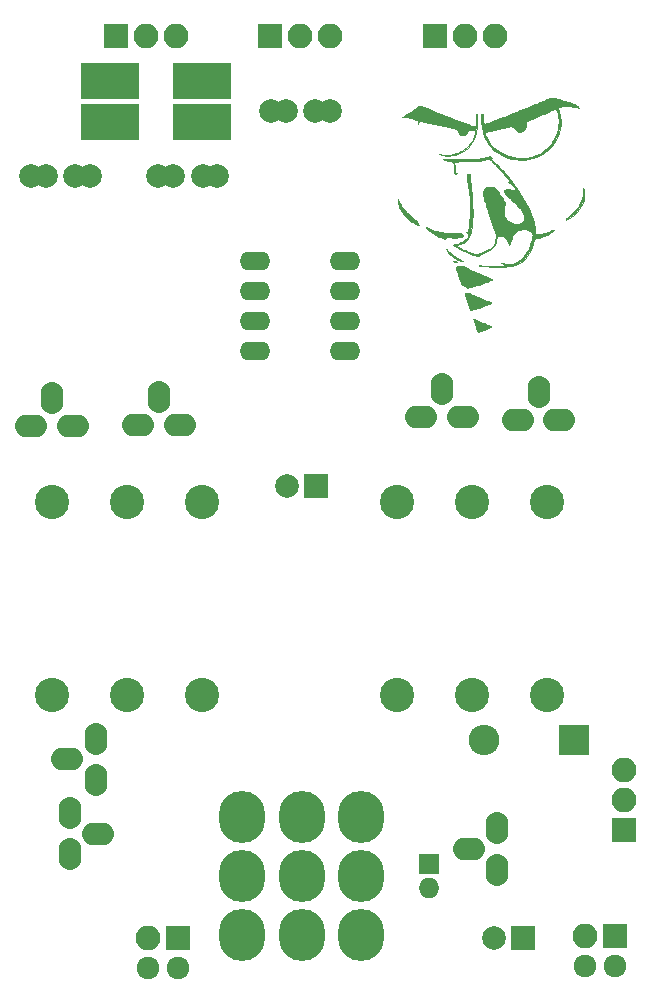
<source format=gbr>
G04 #@! TF.GenerationSoftware,KiCad,Pcbnew,5.1.5-52549c5~84~ubuntu18.04.1*
G04 #@! TF.CreationDate,2020-02-07T15:12:36+01:00*
G04 #@! TF.ProjectId,icescreamer,69636573-6372-4656-916d-65722e6b6963,rev?*
G04 #@! TF.SameCoordinates,Original*
G04 #@! TF.FileFunction,Soldermask,Bot*
G04 #@! TF.FilePolarity,Negative*
%FSLAX46Y46*%
G04 Gerber Fmt 4.6, Leading zero omitted, Abs format (unit mm)*
G04 Created by KiCad (PCBNEW 5.1.5-52549c5~84~ubuntu18.04.1) date 2020-02-07 15:12:36*
%MOMM*%
%LPD*%
G04 APERTURE LIST*
%ADD10C,0.010000*%
%ADD11O,1.924000X2.700000*%
%ADD12O,2.700000X1.924000*%
%ADD13O,2.600000X1.600000*%
%ADD14O,3.900000X4.400000*%
%ADD15C,2.900000*%
%ADD16R,1.750000X1.750000*%
%ADD17O,1.750000X1.750000*%
%ADD18C,2.000000*%
%ADD19R,2.100000X2.100000*%
%ADD20O,2.100000X2.100000*%
%ADD21C,1.924000*%
%ADD22R,4.900000X3.100000*%
%ADD23R,2.000000X2.000000*%
%ADD24R,2.600000X2.600000*%
%ADD25O,2.600000X2.600000*%
G04 APERTURE END LIST*
D10*
G36*
X222748345Y-64802019D02*
G01*
X222580151Y-64911730D01*
X222430358Y-65010695D01*
X222301254Y-65097337D01*
X222195125Y-65170081D01*
X222114260Y-65227350D01*
X222060946Y-65267567D01*
X222037471Y-65289157D01*
X222036977Y-65292242D01*
X222064716Y-65297035D01*
X222122443Y-65299015D01*
X222201165Y-65298074D01*
X222274423Y-65295082D01*
X222393040Y-65291093D01*
X222491460Y-65294314D01*
X222588115Y-65306064D01*
X222686639Y-65324565D01*
X222886119Y-65372067D01*
X223048750Y-65424878D01*
X223176556Y-65484346D01*
X223271565Y-65551819D01*
X223335801Y-65628646D01*
X223371292Y-65716174D01*
X223380166Y-65786000D01*
X223382628Y-65864154D01*
X223398851Y-65782025D01*
X223421670Y-65695751D01*
X223451721Y-65641523D01*
X223493385Y-65612412D01*
X223509283Y-65607420D01*
X223544434Y-65607750D01*
X223615917Y-65616784D01*
X223722038Y-65634225D01*
X223861103Y-65659775D01*
X224031417Y-65693137D01*
X224231287Y-65734014D01*
X224236526Y-65735104D01*
X224439389Y-65777566D01*
X224650883Y-65822254D01*
X224867444Y-65868383D01*
X225085503Y-65915170D01*
X225301495Y-65961830D01*
X225511852Y-66007579D01*
X225713008Y-66051631D01*
X225901395Y-66093203D01*
X226073448Y-66131511D01*
X226225598Y-66165769D01*
X226354280Y-66195193D01*
X226455927Y-66219000D01*
X226526972Y-66236404D01*
X226563847Y-66246621D01*
X226566070Y-66247429D01*
X226635088Y-66289624D01*
X226690240Y-66358981D01*
X226735943Y-66461154D01*
X226738281Y-66467869D01*
X226795666Y-66602784D01*
X226864096Y-66702019D01*
X226946528Y-66768123D01*
X227045920Y-66803648D01*
X227137110Y-66811769D01*
X227263011Y-66795606D01*
X227370171Y-66746399D01*
X227460080Y-66663073D01*
X227534225Y-66544553D01*
X227548119Y-66514669D01*
X227590830Y-66433459D01*
X227639766Y-66377582D01*
X227702064Y-66343778D01*
X227784859Y-66328789D01*
X227895288Y-66329355D01*
X227945941Y-66332967D01*
X228032947Y-66341948D01*
X228090932Y-66353308D01*
X228129952Y-66369879D01*
X228158382Y-66392798D01*
X228186866Y-66430059D01*
X228200729Y-66475273D01*
X228200196Y-66536197D01*
X228185496Y-66620592D01*
X228167281Y-66696298D01*
X228090287Y-66932411D01*
X227981844Y-67170127D01*
X227847692Y-67399047D01*
X227693570Y-67608775D01*
X227612284Y-67701616D01*
X227448298Y-67863193D01*
X227280690Y-67996974D01*
X227096216Y-68113034D01*
X227012500Y-68157903D01*
X226863188Y-68230343D01*
X226721209Y-68289127D01*
X226573187Y-68339033D01*
X226405751Y-68384838D01*
X226318107Y-68405945D01*
X226097222Y-68444617D01*
X225864782Y-68462315D01*
X225633705Y-68458888D01*
X225416912Y-68434186D01*
X225333107Y-68417404D01*
X225228035Y-68394002D01*
X225156899Y-68380345D01*
X225115897Y-68376023D01*
X225101231Y-68380625D01*
X225108477Y-68393132D01*
X225138338Y-68408094D01*
X225197874Y-68427684D01*
X225278287Y-68449686D01*
X225370779Y-68471886D01*
X225466552Y-68492068D01*
X225556808Y-68508018D01*
X225576423Y-68510935D01*
X225706335Y-68523241D01*
X225860015Y-68528112D01*
X226022909Y-68525745D01*
X226180461Y-68516341D01*
X226313308Y-68500857D01*
X226595302Y-68437552D01*
X226865849Y-68338564D01*
X227122169Y-68206313D01*
X227361482Y-68043218D01*
X227581008Y-67851700D01*
X227777968Y-67634179D01*
X227949582Y-67393074D01*
X228093071Y-67130807D01*
X228203982Y-66854810D01*
X228260588Y-66650966D01*
X228305376Y-66416357D01*
X228337728Y-66157657D01*
X228357025Y-65881541D01*
X228362647Y-65594683D01*
X228353978Y-65303754D01*
X228351560Y-65262626D01*
X228344872Y-65164592D01*
X228338405Y-65099157D01*
X228330719Y-65059880D01*
X228320376Y-65040319D01*
X228305937Y-65034031D01*
X228300441Y-65033769D01*
X228289213Y-65035592D01*
X228280453Y-65044012D01*
X228273790Y-65063454D01*
X228268855Y-65098344D01*
X228265278Y-65153110D01*
X228262689Y-65232176D01*
X228260719Y-65339968D01*
X228258998Y-65480914D01*
X228258407Y-65536885D01*
X228253192Y-66040000D01*
X228165269Y-66045739D01*
X228106464Y-66040678D01*
X228013906Y-66020609D01*
X227889603Y-65986286D01*
X227735559Y-65938462D01*
X227553782Y-65877891D01*
X227346276Y-65805324D01*
X227115047Y-65721517D01*
X226862101Y-65627221D01*
X226589444Y-65523190D01*
X226299083Y-65410178D01*
X225993022Y-65288937D01*
X225673267Y-65160221D01*
X225341825Y-65024783D01*
X225000702Y-64883377D01*
X224651902Y-64736754D01*
X224443192Y-64648050D01*
X224265510Y-64572429D01*
X224119369Y-64510852D01*
X224000486Y-64461758D01*
X223904576Y-64423582D01*
X223827357Y-64394763D01*
X223764544Y-64373736D01*
X223711855Y-64358939D01*
X223665006Y-64348809D01*
X223619714Y-64341782D01*
X223596013Y-64338911D01*
X223482237Y-64326038D01*
X222748345Y-64802019D01*
G37*
X222748345Y-64802019D02*
X222580151Y-64911730D01*
X222430358Y-65010695D01*
X222301254Y-65097337D01*
X222195125Y-65170081D01*
X222114260Y-65227350D01*
X222060946Y-65267567D01*
X222037471Y-65289157D01*
X222036977Y-65292242D01*
X222064716Y-65297035D01*
X222122443Y-65299015D01*
X222201165Y-65298074D01*
X222274423Y-65295082D01*
X222393040Y-65291093D01*
X222491460Y-65294314D01*
X222588115Y-65306064D01*
X222686639Y-65324565D01*
X222886119Y-65372067D01*
X223048750Y-65424878D01*
X223176556Y-65484346D01*
X223271565Y-65551819D01*
X223335801Y-65628646D01*
X223371292Y-65716174D01*
X223380166Y-65786000D01*
X223382628Y-65864154D01*
X223398851Y-65782025D01*
X223421670Y-65695751D01*
X223451721Y-65641523D01*
X223493385Y-65612412D01*
X223509283Y-65607420D01*
X223544434Y-65607750D01*
X223615917Y-65616784D01*
X223722038Y-65634225D01*
X223861103Y-65659775D01*
X224031417Y-65693137D01*
X224231287Y-65734014D01*
X224236526Y-65735104D01*
X224439389Y-65777566D01*
X224650883Y-65822254D01*
X224867444Y-65868383D01*
X225085503Y-65915170D01*
X225301495Y-65961830D01*
X225511852Y-66007579D01*
X225713008Y-66051631D01*
X225901395Y-66093203D01*
X226073448Y-66131511D01*
X226225598Y-66165769D01*
X226354280Y-66195193D01*
X226455927Y-66219000D01*
X226526972Y-66236404D01*
X226563847Y-66246621D01*
X226566070Y-66247429D01*
X226635088Y-66289624D01*
X226690240Y-66358981D01*
X226735943Y-66461154D01*
X226738281Y-66467869D01*
X226795666Y-66602784D01*
X226864096Y-66702019D01*
X226946528Y-66768123D01*
X227045920Y-66803648D01*
X227137110Y-66811769D01*
X227263011Y-66795606D01*
X227370171Y-66746399D01*
X227460080Y-66663073D01*
X227534225Y-66544553D01*
X227548119Y-66514669D01*
X227590830Y-66433459D01*
X227639766Y-66377582D01*
X227702064Y-66343778D01*
X227784859Y-66328789D01*
X227895288Y-66329355D01*
X227945941Y-66332967D01*
X228032947Y-66341948D01*
X228090932Y-66353308D01*
X228129952Y-66369879D01*
X228158382Y-66392798D01*
X228186866Y-66430059D01*
X228200729Y-66475273D01*
X228200196Y-66536197D01*
X228185496Y-66620592D01*
X228167281Y-66696298D01*
X228090287Y-66932411D01*
X227981844Y-67170127D01*
X227847692Y-67399047D01*
X227693570Y-67608775D01*
X227612284Y-67701616D01*
X227448298Y-67863193D01*
X227280690Y-67996974D01*
X227096216Y-68113034D01*
X227012500Y-68157903D01*
X226863188Y-68230343D01*
X226721209Y-68289127D01*
X226573187Y-68339033D01*
X226405751Y-68384838D01*
X226318107Y-68405945D01*
X226097222Y-68444617D01*
X225864782Y-68462315D01*
X225633705Y-68458888D01*
X225416912Y-68434186D01*
X225333107Y-68417404D01*
X225228035Y-68394002D01*
X225156899Y-68380345D01*
X225115897Y-68376023D01*
X225101231Y-68380625D01*
X225108477Y-68393132D01*
X225138338Y-68408094D01*
X225197874Y-68427684D01*
X225278287Y-68449686D01*
X225370779Y-68471886D01*
X225466552Y-68492068D01*
X225556808Y-68508018D01*
X225576423Y-68510935D01*
X225706335Y-68523241D01*
X225860015Y-68528112D01*
X226022909Y-68525745D01*
X226180461Y-68516341D01*
X226313308Y-68500857D01*
X226595302Y-68437552D01*
X226865849Y-68338564D01*
X227122169Y-68206313D01*
X227361482Y-68043218D01*
X227581008Y-67851700D01*
X227777968Y-67634179D01*
X227949582Y-67393074D01*
X228093071Y-67130807D01*
X228203982Y-66854810D01*
X228260588Y-66650966D01*
X228305376Y-66416357D01*
X228337728Y-66157657D01*
X228357025Y-65881541D01*
X228362647Y-65594683D01*
X228353978Y-65303754D01*
X228351560Y-65262626D01*
X228344872Y-65164592D01*
X228338405Y-65099157D01*
X228330719Y-65059880D01*
X228320376Y-65040319D01*
X228305937Y-65034031D01*
X228300441Y-65033769D01*
X228289213Y-65035592D01*
X228280453Y-65044012D01*
X228273790Y-65063454D01*
X228268855Y-65098344D01*
X228265278Y-65153110D01*
X228262689Y-65232176D01*
X228260719Y-65339968D01*
X228258998Y-65480914D01*
X228258407Y-65536885D01*
X228253192Y-66040000D01*
X228165269Y-66045739D01*
X228106464Y-66040678D01*
X228013906Y-66020609D01*
X227889603Y-65986286D01*
X227735559Y-65938462D01*
X227553782Y-65877891D01*
X227346276Y-65805324D01*
X227115047Y-65721517D01*
X226862101Y-65627221D01*
X226589444Y-65523190D01*
X226299083Y-65410178D01*
X225993022Y-65288937D01*
X225673267Y-65160221D01*
X225341825Y-65024783D01*
X225000702Y-64883377D01*
X224651902Y-64736754D01*
X224443192Y-64648050D01*
X224265510Y-64572429D01*
X224119369Y-64510852D01*
X224000486Y-64461758D01*
X223904576Y-64423582D01*
X223827357Y-64394763D01*
X223764544Y-64373736D01*
X223711855Y-64358939D01*
X223665006Y-64348809D01*
X223619714Y-64341782D01*
X223596013Y-64338911D01*
X223482237Y-64326038D01*
X222748345Y-64802019D01*
G36*
X234622392Y-63611562D02*
G01*
X234578073Y-63618961D01*
X234521225Y-63635833D01*
X234447248Y-63664036D01*
X234351546Y-63705429D01*
X234229520Y-63761873D01*
X234113478Y-63817365D01*
X233998003Y-63872778D01*
X233886044Y-63925675D01*
X233774580Y-63977328D01*
X233660585Y-64029008D01*
X233541036Y-64081986D01*
X233412908Y-64137536D01*
X233273179Y-64196930D01*
X233118823Y-64261438D01*
X232946818Y-64332333D01*
X232754139Y-64410887D01*
X232537762Y-64498372D01*
X232294663Y-64596060D01*
X232021818Y-64705223D01*
X231716204Y-64827133D01*
X231652885Y-64852359D01*
X231275690Y-65002324D01*
X230933095Y-65137924D01*
X230623590Y-65259727D01*
X230345664Y-65368303D01*
X230097807Y-65464219D01*
X229878507Y-65548044D01*
X229686255Y-65620347D01*
X229519540Y-65681696D01*
X229376851Y-65732661D01*
X229256678Y-65773810D01*
X229157510Y-65805711D01*
X229077837Y-65828934D01*
X229022080Y-65842768D01*
X228979451Y-65846616D01*
X228944580Y-65835318D01*
X228916408Y-65805471D01*
X228893879Y-65753673D01*
X228875937Y-65676523D01*
X228861524Y-65570617D01*
X228849584Y-65432553D01*
X228839059Y-65258930D01*
X228838721Y-65252495D01*
X228825098Y-64992529D01*
X228773607Y-64998495D01*
X228747168Y-65003914D01*
X228730594Y-65018303D01*
X228720225Y-65050192D01*
X228712401Y-65108110D01*
X228708155Y-65151000D01*
X228703727Y-65240669D01*
X228703791Y-65359787D01*
X228707834Y-65499047D01*
X228715344Y-65649141D01*
X228725808Y-65800763D01*
X228738714Y-65944605D01*
X228753549Y-66071362D01*
X228761936Y-66127923D01*
X228840309Y-66495511D01*
X228952423Y-66845458D01*
X229097650Y-67176123D01*
X229275358Y-67485866D01*
X229294577Y-67515154D01*
X229377204Y-67626675D01*
X229484060Y-67751637D01*
X229606877Y-67881781D01*
X229737385Y-68008847D01*
X229867317Y-68124576D01*
X229988402Y-68220708D01*
X230031192Y-68250935D01*
X230317101Y-68423134D01*
X230628674Y-68571903D01*
X230958692Y-68694927D01*
X231299936Y-68789887D01*
X231645187Y-68854468D01*
X231987226Y-68886352D01*
X232014346Y-68887425D01*
X232098362Y-68888416D01*
X232204806Y-68886849D01*
X232317136Y-68883065D01*
X232379811Y-68879910D01*
X232706484Y-68841847D01*
X233035145Y-68766031D01*
X233362919Y-68653480D01*
X233686931Y-68505212D01*
X234004308Y-68322248D01*
X234065642Y-68282306D01*
X234220790Y-68169147D01*
X234382376Y-68033215D01*
X234541802Y-67882965D01*
X234690471Y-67726855D01*
X234819786Y-67573337D01*
X234903175Y-67458599D01*
X235080959Y-67156400D01*
X235226562Y-66833016D01*
X235339066Y-66490708D01*
X235397462Y-66241906D01*
X235420611Y-66092265D01*
X235435745Y-65924656D01*
X235442487Y-65754016D01*
X235270111Y-65754016D01*
X235244097Y-66042272D01*
X235189662Y-66334199D01*
X235112911Y-66606615D01*
X235058133Y-66751662D01*
X234985157Y-66914329D01*
X234900263Y-67082542D01*
X234809734Y-67244227D01*
X234719848Y-67387309D01*
X234670840Y-67456538D01*
X234448322Y-67724151D01*
X234202528Y-67965230D01*
X233936677Y-68177657D01*
X233653988Y-68359313D01*
X233357681Y-68508081D01*
X233050974Y-68621841D01*
X232803319Y-68685591D01*
X232712805Y-68703683D01*
X232629133Y-68719158D01*
X232564615Y-68729792D01*
X232541885Y-68732759D01*
X232431738Y-68740017D01*
X232295260Y-68742787D01*
X232144905Y-68741336D01*
X231993128Y-68735927D01*
X231852385Y-68726826D01*
X231746693Y-68715861D01*
X231399024Y-68657798D01*
X231077878Y-68577444D01*
X230776353Y-68472752D01*
X230491304Y-68343584D01*
X230202393Y-68177031D01*
X229940148Y-67983733D01*
X229703189Y-67762277D01*
X229490139Y-67511246D01*
X229299619Y-67229226D01*
X229161241Y-66977846D01*
X229099115Y-66851983D01*
X229054595Y-66755299D01*
X229026298Y-66682820D01*
X229012840Y-66629572D01*
X229012836Y-66590582D01*
X229024902Y-66560876D01*
X229040123Y-66542607D01*
X229064309Y-66526173D01*
X229107259Y-66507674D01*
X229171354Y-66486525D01*
X229258973Y-66462144D01*
X229372495Y-66433946D01*
X229514299Y-66401349D01*
X229686766Y-66363769D01*
X229892273Y-66320621D01*
X230133201Y-66271324D01*
X230207038Y-66256398D01*
X230367997Y-66223813D01*
X230525288Y-66191747D01*
X230672519Y-66161518D01*
X230803299Y-66134447D01*
X230911237Y-66111852D01*
X230989941Y-66095054D01*
X231012793Y-66090033D01*
X231101097Y-66072013D01*
X231183276Y-66058158D01*
X231246196Y-66050576D01*
X231263862Y-66049769D01*
X231292147Y-66050599D01*
X231316686Y-66055811D01*
X231342300Y-66069486D01*
X231373808Y-66095706D01*
X231416029Y-66138554D01*
X231473782Y-66202112D01*
X231551887Y-66290462D01*
X231563187Y-66303299D01*
X231659758Y-66399888D01*
X231753897Y-66464165D01*
X231854430Y-66501237D01*
X231925497Y-66512973D01*
X232041598Y-66510196D01*
X232158270Y-66481587D01*
X232266659Y-66431671D01*
X232357909Y-66364973D01*
X232423164Y-66286018D01*
X232440980Y-66249548D01*
X232456876Y-66193228D01*
X232472980Y-66111103D01*
X232487332Y-66016381D01*
X232497971Y-65922273D01*
X232502937Y-65841988D01*
X232503075Y-65831103D01*
X232505406Y-65759210D01*
X232515972Y-65707423D01*
X232540940Y-65667585D01*
X232586475Y-65631541D01*
X232658743Y-65591132D01*
X232700500Y-65569918D01*
X232748945Y-65546716D01*
X232827845Y-65510308D01*
X232933090Y-65462507D01*
X233060567Y-65405128D01*
X233206167Y-65339982D01*
X233365777Y-65268884D01*
X233535287Y-65193647D01*
X233710585Y-65116085D01*
X233887560Y-65038011D01*
X234062101Y-64961239D01*
X234230097Y-64887582D01*
X234387436Y-64818853D01*
X234530008Y-64756866D01*
X234653701Y-64703435D01*
X234754403Y-64660372D01*
X234828005Y-64629492D01*
X234870394Y-64612608D01*
X234872400Y-64611885D01*
X234944435Y-64597219D01*
X235002266Y-64612716D01*
X235051579Y-64661487D01*
X235091052Y-64731441D01*
X235178175Y-64958143D01*
X235237095Y-65207264D01*
X235267759Y-65474117D01*
X235270111Y-65754016D01*
X235442487Y-65754016D01*
X235442613Y-65750847D01*
X235440964Y-65582609D01*
X235430546Y-65431712D01*
X235416755Y-65336615D01*
X235389940Y-65207895D01*
X235357523Y-65068718D01*
X235322627Y-64931385D01*
X235288375Y-64808196D01*
X235258497Y-64713210D01*
X235227124Y-64599887D01*
X235221273Y-64514631D01*
X235240916Y-64455939D01*
X235253687Y-64441506D01*
X235318650Y-64403602D01*
X235417468Y-64374354D01*
X235545854Y-64353920D01*
X235699519Y-64342458D01*
X235874177Y-64340126D01*
X236065541Y-64347082D01*
X236269323Y-64363484D01*
X236481236Y-64389490D01*
X236517962Y-64394907D01*
X236634776Y-64412630D01*
X236741766Y-64428972D01*
X236831480Y-64442787D01*
X236896463Y-64452928D01*
X236927013Y-64457857D01*
X236984373Y-64467628D01*
X236936783Y-64416868D01*
X236881348Y-64367577D01*
X236801398Y-64308797D01*
X236707808Y-64247607D01*
X236611456Y-64191083D01*
X236523215Y-64146304D01*
X236516248Y-64143183D01*
X236463229Y-64122753D01*
X236380083Y-64094409D01*
X236274372Y-64060558D01*
X236153657Y-64023604D01*
X236025503Y-63985955D01*
X235991684Y-63976289D01*
X235837840Y-63932258D01*
X235661272Y-63881195D01*
X235476661Y-63827377D01*
X235298686Y-63775082D01*
X235151183Y-63731324D01*
X235004519Y-63688122D01*
X234889554Y-63655803D01*
X234800834Y-63633132D01*
X234732906Y-63618874D01*
X234680317Y-63611793D01*
X234637615Y-63610656D01*
X234622392Y-63611562D01*
G37*
X234622392Y-63611562D02*
X234578073Y-63618961D01*
X234521225Y-63635833D01*
X234447248Y-63664036D01*
X234351546Y-63705429D01*
X234229520Y-63761873D01*
X234113478Y-63817365D01*
X233998003Y-63872778D01*
X233886044Y-63925675D01*
X233774580Y-63977328D01*
X233660585Y-64029008D01*
X233541036Y-64081986D01*
X233412908Y-64137536D01*
X233273179Y-64196930D01*
X233118823Y-64261438D01*
X232946818Y-64332333D01*
X232754139Y-64410887D01*
X232537762Y-64498372D01*
X232294663Y-64596060D01*
X232021818Y-64705223D01*
X231716204Y-64827133D01*
X231652885Y-64852359D01*
X231275690Y-65002324D01*
X230933095Y-65137924D01*
X230623590Y-65259727D01*
X230345664Y-65368303D01*
X230097807Y-65464219D01*
X229878507Y-65548044D01*
X229686255Y-65620347D01*
X229519540Y-65681696D01*
X229376851Y-65732661D01*
X229256678Y-65773810D01*
X229157510Y-65805711D01*
X229077837Y-65828934D01*
X229022080Y-65842768D01*
X228979451Y-65846616D01*
X228944580Y-65835318D01*
X228916408Y-65805471D01*
X228893879Y-65753673D01*
X228875937Y-65676523D01*
X228861524Y-65570617D01*
X228849584Y-65432553D01*
X228839059Y-65258930D01*
X228838721Y-65252495D01*
X228825098Y-64992529D01*
X228773607Y-64998495D01*
X228747168Y-65003914D01*
X228730594Y-65018303D01*
X228720225Y-65050192D01*
X228712401Y-65108110D01*
X228708155Y-65151000D01*
X228703727Y-65240669D01*
X228703791Y-65359787D01*
X228707834Y-65499047D01*
X228715344Y-65649141D01*
X228725808Y-65800763D01*
X228738714Y-65944605D01*
X228753549Y-66071362D01*
X228761936Y-66127923D01*
X228840309Y-66495511D01*
X228952423Y-66845458D01*
X229097650Y-67176123D01*
X229275358Y-67485866D01*
X229294577Y-67515154D01*
X229377204Y-67626675D01*
X229484060Y-67751637D01*
X229606877Y-67881781D01*
X229737385Y-68008847D01*
X229867317Y-68124576D01*
X229988402Y-68220708D01*
X230031192Y-68250935D01*
X230317101Y-68423134D01*
X230628674Y-68571903D01*
X230958692Y-68694927D01*
X231299936Y-68789887D01*
X231645187Y-68854468D01*
X231987226Y-68886352D01*
X232014346Y-68887425D01*
X232098362Y-68888416D01*
X232204806Y-68886849D01*
X232317136Y-68883065D01*
X232379811Y-68879910D01*
X232706484Y-68841847D01*
X233035145Y-68766031D01*
X233362919Y-68653480D01*
X233686931Y-68505212D01*
X234004308Y-68322248D01*
X234065642Y-68282306D01*
X234220790Y-68169147D01*
X234382376Y-68033215D01*
X234541802Y-67882965D01*
X234690471Y-67726855D01*
X234819786Y-67573337D01*
X234903175Y-67458599D01*
X235080959Y-67156400D01*
X235226562Y-66833016D01*
X235339066Y-66490708D01*
X235397462Y-66241906D01*
X235420611Y-66092265D01*
X235435745Y-65924656D01*
X235442487Y-65754016D01*
X235270111Y-65754016D01*
X235244097Y-66042272D01*
X235189662Y-66334199D01*
X235112911Y-66606615D01*
X235058133Y-66751662D01*
X234985157Y-66914329D01*
X234900263Y-67082542D01*
X234809734Y-67244227D01*
X234719848Y-67387309D01*
X234670840Y-67456538D01*
X234448322Y-67724151D01*
X234202528Y-67965230D01*
X233936677Y-68177657D01*
X233653988Y-68359313D01*
X233357681Y-68508081D01*
X233050974Y-68621841D01*
X232803319Y-68685591D01*
X232712805Y-68703683D01*
X232629133Y-68719158D01*
X232564615Y-68729792D01*
X232541885Y-68732759D01*
X232431738Y-68740017D01*
X232295260Y-68742787D01*
X232144905Y-68741336D01*
X231993128Y-68735927D01*
X231852385Y-68726826D01*
X231746693Y-68715861D01*
X231399024Y-68657798D01*
X231077878Y-68577444D01*
X230776353Y-68472752D01*
X230491304Y-68343584D01*
X230202393Y-68177031D01*
X229940148Y-67983733D01*
X229703189Y-67762277D01*
X229490139Y-67511246D01*
X229299619Y-67229226D01*
X229161241Y-66977846D01*
X229099115Y-66851983D01*
X229054595Y-66755299D01*
X229026298Y-66682820D01*
X229012840Y-66629572D01*
X229012836Y-66590582D01*
X229024902Y-66560876D01*
X229040123Y-66542607D01*
X229064309Y-66526173D01*
X229107259Y-66507674D01*
X229171354Y-66486525D01*
X229258973Y-66462144D01*
X229372495Y-66433946D01*
X229514299Y-66401349D01*
X229686766Y-66363769D01*
X229892273Y-66320621D01*
X230133201Y-66271324D01*
X230207038Y-66256398D01*
X230367997Y-66223813D01*
X230525288Y-66191747D01*
X230672519Y-66161518D01*
X230803299Y-66134447D01*
X230911237Y-66111852D01*
X230989941Y-66095054D01*
X231012793Y-66090033D01*
X231101097Y-66072013D01*
X231183276Y-66058158D01*
X231246196Y-66050576D01*
X231263862Y-66049769D01*
X231292147Y-66050599D01*
X231316686Y-66055811D01*
X231342300Y-66069486D01*
X231373808Y-66095706D01*
X231416029Y-66138554D01*
X231473782Y-66202112D01*
X231551887Y-66290462D01*
X231563187Y-66303299D01*
X231659758Y-66399888D01*
X231753897Y-66464165D01*
X231854430Y-66501237D01*
X231925497Y-66512973D01*
X232041598Y-66510196D01*
X232158270Y-66481587D01*
X232266659Y-66431671D01*
X232357909Y-66364973D01*
X232423164Y-66286018D01*
X232440980Y-66249548D01*
X232456876Y-66193228D01*
X232472980Y-66111103D01*
X232487332Y-66016381D01*
X232497971Y-65922273D01*
X232502937Y-65841988D01*
X232503075Y-65831103D01*
X232505406Y-65759210D01*
X232515972Y-65707423D01*
X232540940Y-65667585D01*
X232586475Y-65631541D01*
X232658743Y-65591132D01*
X232700500Y-65569918D01*
X232748945Y-65546716D01*
X232827845Y-65510308D01*
X232933090Y-65462507D01*
X233060567Y-65405128D01*
X233206167Y-65339982D01*
X233365777Y-65268884D01*
X233535287Y-65193647D01*
X233710585Y-65116085D01*
X233887560Y-65038011D01*
X234062101Y-64961239D01*
X234230097Y-64887582D01*
X234387436Y-64818853D01*
X234530008Y-64756866D01*
X234653701Y-64703435D01*
X234754403Y-64660372D01*
X234828005Y-64629492D01*
X234870394Y-64612608D01*
X234872400Y-64611885D01*
X234944435Y-64597219D01*
X235002266Y-64612716D01*
X235051579Y-64661487D01*
X235091052Y-64731441D01*
X235178175Y-64958143D01*
X235237095Y-65207264D01*
X235267759Y-65474117D01*
X235270111Y-65754016D01*
X235442487Y-65754016D01*
X235442613Y-65750847D01*
X235440964Y-65582609D01*
X235430546Y-65431712D01*
X235416755Y-65336615D01*
X235389940Y-65207895D01*
X235357523Y-65068718D01*
X235322627Y-64931385D01*
X235288375Y-64808196D01*
X235258497Y-64713210D01*
X235227124Y-64599887D01*
X235221273Y-64514631D01*
X235240916Y-64455939D01*
X235253687Y-64441506D01*
X235318650Y-64403602D01*
X235417468Y-64374354D01*
X235545854Y-64353920D01*
X235699519Y-64342458D01*
X235874177Y-64340126D01*
X236065541Y-64347082D01*
X236269323Y-64363484D01*
X236481236Y-64389490D01*
X236517962Y-64394907D01*
X236634776Y-64412630D01*
X236741766Y-64428972D01*
X236831480Y-64442787D01*
X236896463Y-64452928D01*
X236927013Y-64457857D01*
X236984373Y-64467628D01*
X236936783Y-64416868D01*
X236881348Y-64367577D01*
X236801398Y-64308797D01*
X236707808Y-64247607D01*
X236611456Y-64191083D01*
X236523215Y-64146304D01*
X236516248Y-64143183D01*
X236463229Y-64122753D01*
X236380083Y-64094409D01*
X236274372Y-64060558D01*
X236153657Y-64023604D01*
X236025503Y-63985955D01*
X235991684Y-63976289D01*
X235837840Y-63932258D01*
X235661272Y-63881195D01*
X235476661Y-63827377D01*
X235298686Y-63775082D01*
X235151183Y-63731324D01*
X235004519Y-63688122D01*
X234889554Y-63655803D01*
X234800834Y-63633132D01*
X234732906Y-63618874D01*
X234680317Y-63611793D01*
X234637615Y-63610656D01*
X234622392Y-63611562D01*
G36*
X237336522Y-71331182D02*
G01*
X237337993Y-71383748D01*
X237342449Y-71463869D01*
X237338472Y-71720054D01*
X237296751Y-71978914D01*
X237218358Y-72238610D01*
X237104367Y-72497307D01*
X236955848Y-72753167D01*
X236773874Y-73004351D01*
X236559517Y-73249024D01*
X236313849Y-73485347D01*
X236037942Y-73711484D01*
X236025505Y-73720884D01*
X235962154Y-73769439D01*
X235911571Y-73809764D01*
X235881344Y-73835740D01*
X235876379Y-73841158D01*
X235863518Y-73875472D01*
X235854331Y-73920558D01*
X235850930Y-73961064D01*
X235855429Y-73981640D01*
X235856986Y-73982058D01*
X235880362Y-73973203D01*
X235929337Y-73949768D01*
X235995258Y-73915979D01*
X236030118Y-73897465D01*
X236328628Y-73718639D01*
X236593090Y-73520929D01*
X236823858Y-73303983D01*
X237021285Y-73067448D01*
X237185727Y-72810973D01*
X237251895Y-72683077D01*
X237335928Y-72486195D01*
X237393277Y-72295933D01*
X237427653Y-72097317D01*
X237441256Y-71918784D01*
X237439935Y-71711887D01*
X237418130Y-71530466D01*
X237376360Y-71378177D01*
X237358276Y-71334923D01*
X237346094Y-71311411D01*
X237339032Y-71308617D01*
X237336522Y-71331182D01*
G37*
X237336522Y-71331182D02*
X237337993Y-71383748D01*
X237342449Y-71463869D01*
X237338472Y-71720054D01*
X237296751Y-71978914D01*
X237218358Y-72238610D01*
X237104367Y-72497307D01*
X236955848Y-72753167D01*
X236773874Y-73004351D01*
X236559517Y-73249024D01*
X236313849Y-73485347D01*
X236037942Y-73711484D01*
X236025505Y-73720884D01*
X235962154Y-73769439D01*
X235911571Y-73809764D01*
X235881344Y-73835740D01*
X235876379Y-73841158D01*
X235863518Y-73875472D01*
X235854331Y-73920558D01*
X235850930Y-73961064D01*
X235855429Y-73981640D01*
X235856986Y-73982058D01*
X235880362Y-73973203D01*
X235929337Y-73949768D01*
X235995258Y-73915979D01*
X236030118Y-73897465D01*
X236328628Y-73718639D01*
X236593090Y-73520929D01*
X236823858Y-73303983D01*
X237021285Y-73067448D01*
X237185727Y-72810973D01*
X237251895Y-72683077D01*
X237335928Y-72486195D01*
X237393277Y-72295933D01*
X237427653Y-72097317D01*
X237441256Y-71918784D01*
X237439935Y-71711887D01*
X237418130Y-71530466D01*
X237376360Y-71378177D01*
X237358276Y-71334923D01*
X237346094Y-71311411D01*
X237339032Y-71308617D01*
X237336522Y-71331182D01*
G36*
X221640417Y-72202910D02*
G01*
X221639928Y-72251406D01*
X221642160Y-72321788D01*
X221644522Y-72366539D01*
X221667753Y-72548401D01*
X221716932Y-72731539D01*
X221794024Y-72920933D01*
X221900991Y-73121565D01*
X222010567Y-73295263D01*
X222096994Y-73412862D01*
X222206781Y-73544623D01*
X222331615Y-73681816D01*
X222463185Y-73815711D01*
X222593180Y-73937577D01*
X222713289Y-74038685D01*
X222732119Y-74053175D01*
X222808102Y-74106840D01*
X222897147Y-74163568D01*
X222993659Y-74220504D01*
X223092042Y-74274794D01*
X223186702Y-74323582D01*
X223272042Y-74364014D01*
X223342468Y-74393236D01*
X223392384Y-74408392D01*
X223416195Y-74406629D01*
X223417423Y-74402816D01*
X223409753Y-74382096D01*
X223389187Y-74334377D01*
X223359392Y-74268054D01*
X223341728Y-74229559D01*
X223315204Y-74173202D01*
X223291108Y-74127638D01*
X223264577Y-74087482D01*
X223230745Y-74047345D01*
X223184747Y-74001840D01*
X223121720Y-73945581D01*
X223036798Y-73873180D01*
X222966483Y-73814013D01*
X222773620Y-73650444D01*
X222608451Y-73506730D01*
X222467406Y-73379282D01*
X222346916Y-73264511D01*
X222243412Y-73158827D01*
X222153323Y-73058640D01*
X222073082Y-72960362D01*
X221999118Y-72860404D01*
X221956262Y-72798118D01*
X221890961Y-72692500D01*
X221821755Y-72566751D01*
X221756566Y-72436252D01*
X221703319Y-72316387D01*
X221688171Y-72277654D01*
X221666734Y-72224822D01*
X221649658Y-72191208D01*
X221643667Y-72184846D01*
X221640417Y-72202910D01*
G37*
X221640417Y-72202910D02*
X221639928Y-72251406D01*
X221642160Y-72321788D01*
X221644522Y-72366539D01*
X221667753Y-72548401D01*
X221716932Y-72731539D01*
X221794024Y-72920933D01*
X221900991Y-73121565D01*
X222010567Y-73295263D01*
X222096994Y-73412862D01*
X222206781Y-73544623D01*
X222331615Y-73681816D01*
X222463185Y-73815711D01*
X222593180Y-73937577D01*
X222713289Y-74038685D01*
X222732119Y-74053175D01*
X222808102Y-74106840D01*
X222897147Y-74163568D01*
X222993659Y-74220504D01*
X223092042Y-74274794D01*
X223186702Y-74323582D01*
X223272042Y-74364014D01*
X223342468Y-74393236D01*
X223392384Y-74408392D01*
X223416195Y-74406629D01*
X223417423Y-74402816D01*
X223409753Y-74382096D01*
X223389187Y-74334377D01*
X223359392Y-74268054D01*
X223341728Y-74229559D01*
X223315204Y-74173202D01*
X223291108Y-74127638D01*
X223264577Y-74087482D01*
X223230745Y-74047345D01*
X223184747Y-74001840D01*
X223121720Y-73945581D01*
X223036798Y-73873180D01*
X222966483Y-73814013D01*
X222773620Y-73650444D01*
X222608451Y-73506730D01*
X222467406Y-73379282D01*
X222346916Y-73264511D01*
X222243412Y-73158827D01*
X222153323Y-73058640D01*
X222073082Y-72960362D01*
X221999118Y-72860404D01*
X221956262Y-72798118D01*
X221890961Y-72692500D01*
X221821755Y-72566751D01*
X221756566Y-72436252D01*
X221703319Y-72316387D01*
X221688171Y-72277654D01*
X221666734Y-72224822D01*
X221649658Y-72191208D01*
X221643667Y-72184846D01*
X221640417Y-72202910D01*
G36*
X224008451Y-74576690D02*
G01*
X224017109Y-74593821D01*
X224049502Y-74631617D01*
X224100166Y-74684772D01*
X224163636Y-74747980D01*
X224234450Y-74815936D01*
X224307145Y-74883332D01*
X224376256Y-74944863D01*
X224436320Y-74995223D01*
X224452424Y-75007871D01*
X224687710Y-75169787D01*
X224930136Y-75300416D01*
X225174234Y-75397061D01*
X225327556Y-75439545D01*
X225435120Y-75473419D01*
X225520072Y-75518690D01*
X225531316Y-75527130D01*
X225583866Y-75566314D01*
X225617686Y-75581724D01*
X225642839Y-75576008D01*
X225660438Y-75561092D01*
X225681301Y-75525903D01*
X225683885Y-75511358D01*
X225696753Y-75480616D01*
X225728109Y-75440925D01*
X225731843Y-75437112D01*
X225790222Y-75401085D01*
X225870540Y-75389612D01*
X225975395Y-75402776D01*
X226107387Y-75440658D01*
X226133269Y-75449763D01*
X226216873Y-75478008D01*
X226294894Y-75501174D01*
X226354142Y-75515443D01*
X226367731Y-75517597D01*
X226408108Y-75516486D01*
X226475864Y-75508361D01*
X226563965Y-75494639D01*
X226665375Y-75476737D01*
X226773062Y-75456073D01*
X226879990Y-75434063D01*
X226979125Y-75412124D01*
X227063432Y-75391675D01*
X227125879Y-75374131D01*
X227159429Y-75360911D01*
X227163126Y-75357354D01*
X227155651Y-75332570D01*
X227129519Y-75286336D01*
X227090112Y-75228015D01*
X227083887Y-75219480D01*
X226997711Y-75102418D01*
X226550836Y-75089914D01*
X226212581Y-75077722D01*
X225908796Y-75060596D01*
X225635098Y-75037746D01*
X225387099Y-75008382D01*
X225160414Y-74971713D01*
X224950659Y-74926949D01*
X224753447Y-74873299D01*
X224564393Y-74809973D01*
X224379111Y-74736180D01*
X224239795Y-74673402D01*
X224154930Y-74634308D01*
X224083559Y-74603174D01*
X224032633Y-74582906D01*
X224009101Y-74576409D01*
X224008451Y-74576690D01*
G37*
X224008451Y-74576690D02*
X224017109Y-74593821D01*
X224049502Y-74631617D01*
X224100166Y-74684772D01*
X224163636Y-74747980D01*
X224234450Y-74815936D01*
X224307145Y-74883332D01*
X224376256Y-74944863D01*
X224436320Y-74995223D01*
X224452424Y-75007871D01*
X224687710Y-75169787D01*
X224930136Y-75300416D01*
X225174234Y-75397061D01*
X225327556Y-75439545D01*
X225435120Y-75473419D01*
X225520072Y-75518690D01*
X225531316Y-75527130D01*
X225583866Y-75566314D01*
X225617686Y-75581724D01*
X225642839Y-75576008D01*
X225660438Y-75561092D01*
X225681301Y-75525903D01*
X225683885Y-75511358D01*
X225696753Y-75480616D01*
X225728109Y-75440925D01*
X225731843Y-75437112D01*
X225790222Y-75401085D01*
X225870540Y-75389612D01*
X225975395Y-75402776D01*
X226107387Y-75440658D01*
X226133269Y-75449763D01*
X226216873Y-75478008D01*
X226294894Y-75501174D01*
X226354142Y-75515443D01*
X226367731Y-75517597D01*
X226408108Y-75516486D01*
X226475864Y-75508361D01*
X226563965Y-75494639D01*
X226665375Y-75476737D01*
X226773062Y-75456073D01*
X226879990Y-75434063D01*
X226979125Y-75412124D01*
X227063432Y-75391675D01*
X227125879Y-75374131D01*
X227159429Y-75360911D01*
X227163126Y-75357354D01*
X227155651Y-75332570D01*
X227129519Y-75286336D01*
X227090112Y-75228015D01*
X227083887Y-75219480D01*
X226997711Y-75102418D01*
X226550836Y-75089914D01*
X226212581Y-75077722D01*
X225908796Y-75060596D01*
X225635098Y-75037746D01*
X225387099Y-75008382D01*
X225160414Y-74971713D01*
X224950659Y-74926949D01*
X224753447Y-74873299D01*
X224564393Y-74809973D01*
X224379111Y-74736180D01*
X224239795Y-74673402D01*
X224154930Y-74634308D01*
X224083559Y-74603174D01*
X224032633Y-74582906D01*
X224009101Y-74576409D01*
X224008451Y-74576690D01*
G36*
X225762553Y-76401917D02*
G01*
X225770445Y-76439098D01*
X225797495Y-76506307D01*
X225834016Y-76582854D01*
X225915182Y-76713291D01*
X226027676Y-76847672D01*
X226164955Y-76980313D01*
X226320474Y-77105531D01*
X226487688Y-77217643D01*
X226660054Y-77310966D01*
X226686614Y-77323294D01*
X226762460Y-77355227D01*
X226848408Y-77387547D01*
X226936979Y-77417945D01*
X227020692Y-77444110D01*
X227092066Y-77463731D01*
X227143621Y-77474500D01*
X227167877Y-77474104D01*
X227168808Y-77472214D01*
X227152495Y-77460537D01*
X227109478Y-77437453D01*
X227048642Y-77407697D01*
X227040869Y-77404044D01*
X226791628Y-77274093D01*
X226550153Y-77122536D01*
X226323247Y-76954652D01*
X226117714Y-76775719D01*
X225940360Y-76591017D01*
X225851861Y-76481696D01*
X225803458Y-76422101D01*
X225773623Y-76395879D01*
X225762553Y-76401917D01*
G37*
X225762553Y-76401917D02*
X225770445Y-76439098D01*
X225797495Y-76506307D01*
X225834016Y-76582854D01*
X225915182Y-76713291D01*
X226027676Y-76847672D01*
X226164955Y-76980313D01*
X226320474Y-77105531D01*
X226487688Y-77217643D01*
X226660054Y-77310966D01*
X226686614Y-77323294D01*
X226762460Y-77355227D01*
X226848408Y-77387547D01*
X226936979Y-77417945D01*
X227020692Y-77444110D01*
X227092066Y-77463731D01*
X227143621Y-77474500D01*
X227167877Y-77474104D01*
X227168808Y-77472214D01*
X227152495Y-77460537D01*
X227109478Y-77437453D01*
X227048642Y-77407697D01*
X227040869Y-77404044D01*
X226791628Y-77274093D01*
X226550153Y-77122536D01*
X226323247Y-76954652D01*
X226117714Y-76775719D01*
X225940360Y-76591017D01*
X225851861Y-76481696D01*
X225803458Y-76422101D01*
X225773623Y-76395879D01*
X225762553Y-76401917D01*
G36*
X226354294Y-77430289D02*
G01*
X226362150Y-77477001D01*
X226367200Y-77497335D01*
X226383768Y-77547998D01*
X226404259Y-77570655D01*
X226439881Y-77575689D01*
X226451522Y-77575442D01*
X226514700Y-77568715D01*
X226583106Y-77555115D01*
X226587538Y-77553963D01*
X226634201Y-77538554D01*
X226659380Y-77524369D01*
X226660808Y-77521420D01*
X226643944Y-77508316D01*
X226600446Y-77487484D01*
X226540950Y-77462931D01*
X226476093Y-77438665D01*
X226416514Y-77418696D01*
X226372850Y-77407031D01*
X226356193Y-77406641D01*
X226354294Y-77430289D01*
G37*
X226354294Y-77430289D02*
X226362150Y-77477001D01*
X226367200Y-77497335D01*
X226383768Y-77547998D01*
X226404259Y-77570655D01*
X226439881Y-77575689D01*
X226451522Y-77575442D01*
X226514700Y-77568715D01*
X226583106Y-77555115D01*
X226587538Y-77553963D01*
X226634201Y-77538554D01*
X226659380Y-77524369D01*
X226660808Y-77521420D01*
X226643944Y-77508316D01*
X226600446Y-77487484D01*
X226540950Y-77462931D01*
X226476093Y-77438665D01*
X226416514Y-77418696D01*
X226372850Y-77407031D01*
X226356193Y-77406641D01*
X226354294Y-77430289D01*
G36*
X229405108Y-68594473D02*
G01*
X229339102Y-68607216D01*
X229248441Y-68626680D01*
X229139740Y-68651434D01*
X229019613Y-68680048D01*
X228992752Y-68686611D01*
X228831450Y-68725769D01*
X228691603Y-68758241D01*
X228567186Y-68784651D01*
X228452173Y-68805629D01*
X228340537Y-68821800D01*
X228226253Y-68833791D01*
X228103296Y-68842230D01*
X227965639Y-68847743D01*
X227807256Y-68850957D01*
X227622122Y-68852500D01*
X227404212Y-68852998D01*
X227393500Y-68853006D01*
X227191289Y-68852638D01*
X226972539Y-68851345D01*
X226747190Y-68849247D01*
X226525181Y-68846461D01*
X226316451Y-68843105D01*
X226130939Y-68839298D01*
X226035577Y-68836864D01*
X225867573Y-68832289D01*
X225734917Y-68829088D01*
X225633902Y-68827360D01*
X225560821Y-68827203D01*
X225511965Y-68828714D01*
X225483627Y-68831992D01*
X225472100Y-68837135D01*
X225473676Y-68844241D01*
X225482014Y-68851504D01*
X225529850Y-68875006D01*
X225608269Y-68900224D01*
X225708944Y-68925248D01*
X225823551Y-68948170D01*
X225943763Y-68967079D01*
X226030262Y-68977251D01*
X226126854Y-68989958D01*
X226205165Y-69006467D01*
X226255457Y-69024660D01*
X226259567Y-69027128D01*
X226313042Y-69072080D01*
X226354669Y-69131582D01*
X226385595Y-69210106D01*
X226406965Y-69312126D01*
X226419923Y-69442118D01*
X226425616Y-69604553D01*
X226426114Y-69677643D01*
X226426917Y-69807905D01*
X226430356Y-69904207D01*
X226438304Y-69971655D01*
X226452634Y-70015360D01*
X226475217Y-70040428D01*
X226507928Y-70051968D01*
X226552639Y-70055090D01*
X226564511Y-70055154D01*
X226620561Y-70050672D01*
X226638888Y-70036868D01*
X226619847Y-70013206D01*
X226600750Y-70000172D01*
X226563936Y-69965248D01*
X226535063Y-69908886D01*
X226512795Y-69826452D01*
X226495792Y-69713312D01*
X226485282Y-69600194D01*
X226476212Y-69496381D01*
X226465482Y-69396523D01*
X226454513Y-69312807D01*
X226445834Y-69262352D01*
X226435886Y-69163407D01*
X226454041Y-69091018D01*
X226500178Y-69045576D01*
X226515191Y-69038803D01*
X226547753Y-69033837D01*
X226615337Y-69029427D01*
X226713890Y-69025684D01*
X226839360Y-69022717D01*
X226987693Y-69020636D01*
X227154837Y-69019549D01*
X227233580Y-69019414D01*
X227519957Y-69017872D01*
X227773393Y-69013096D01*
X227999929Y-69004589D01*
X228205605Y-68991850D01*
X228396461Y-68974380D01*
X228578539Y-68951681D01*
X228757877Y-68923252D01*
X228940518Y-68888595D01*
X229021640Y-68871639D01*
X229152872Y-68845479D01*
X229254043Y-68830578D01*
X229332463Y-68826770D01*
X229395441Y-68833890D01*
X229450287Y-68851771D01*
X229470719Y-68861457D01*
X229505660Y-68887310D01*
X229563207Y-68939639D01*
X229640476Y-69015300D01*
X229734581Y-69111152D01*
X229842639Y-69224053D01*
X229961763Y-69350861D01*
X230089069Y-69488432D01*
X230221673Y-69633626D01*
X230356689Y-69783300D01*
X230491232Y-69934311D01*
X230622417Y-70083519D01*
X230747360Y-70227779D01*
X230863175Y-70363951D01*
X230966978Y-70488892D01*
X230983573Y-70509220D01*
X231154372Y-70719055D01*
X231082377Y-70749136D01*
X231010382Y-70779218D01*
X231126480Y-70834945D01*
X231201650Y-70877863D01*
X231273797Y-70930130D01*
X231313330Y-70966259D01*
X231349888Y-71009601D01*
X231397192Y-71071662D01*
X231450172Y-71145029D01*
X231503759Y-71222287D01*
X231552883Y-71296021D01*
X231592475Y-71358819D01*
X231617465Y-71403264D01*
X231623577Y-71420006D01*
X231606134Y-71445854D01*
X231558015Y-71459254D01*
X231485538Y-71460351D01*
X231395021Y-71449290D01*
X231292781Y-71426215D01*
X231242577Y-71411293D01*
X231114993Y-71378686D01*
X230990852Y-71362111D01*
X230876161Y-71360947D01*
X230776927Y-71374575D01*
X230699157Y-71402375D01*
X230648859Y-71443728D01*
X230634555Y-71474019D01*
X230628886Y-71520567D01*
X230636542Y-71570051D01*
X230659803Y-71625522D01*
X230700953Y-71690032D01*
X230762272Y-71766635D01*
X230846044Y-71858381D01*
X230954550Y-71968324D01*
X231090072Y-72099515D01*
X231132072Y-72139431D01*
X231350429Y-72347577D01*
X231541139Y-72532463D01*
X231706050Y-72696459D01*
X231847008Y-72841937D01*
X231965863Y-72971269D01*
X232064461Y-73086827D01*
X232144651Y-73190981D01*
X232208281Y-73286104D01*
X232257198Y-73374567D01*
X232293251Y-73458742D01*
X232318286Y-73541000D01*
X232334153Y-73623712D01*
X232341469Y-73691579D01*
X232338942Y-73833238D01*
X232305790Y-73955359D01*
X232239091Y-74065966D01*
X232181697Y-74130197D01*
X232095011Y-74205066D01*
X232004113Y-74256523D01*
X231899842Y-74287747D01*
X231773035Y-74301918D01*
X231682192Y-74303558D01*
X231474530Y-74289496D01*
X231292252Y-74248937D01*
X231130370Y-74179968D01*
X230983895Y-74080679D01*
X230899228Y-74003656D01*
X230789574Y-73878098D01*
X230708071Y-73746644D01*
X230652516Y-73602839D01*
X230620706Y-73440230D01*
X230610437Y-73252363D01*
X230612083Y-73162545D01*
X230617375Y-73050011D01*
X230625057Y-72965234D01*
X230636976Y-72896897D01*
X230654977Y-72833684D01*
X230674384Y-72780769D01*
X230701720Y-72699241D01*
X230714953Y-72623967D01*
X230712546Y-72548794D01*
X230692959Y-72467568D01*
X230654653Y-72374137D01*
X230596089Y-72262346D01*
X230515729Y-72126041D01*
X230507122Y-72111948D01*
X230464020Y-72044844D01*
X230405129Y-71957781D01*
X230335231Y-71857375D01*
X230259105Y-71750240D01*
X230181532Y-71642992D01*
X230107293Y-71542245D01*
X230041168Y-71454615D01*
X229987937Y-71386716D01*
X229954977Y-71347914D01*
X229840966Y-71253042D01*
X229706060Y-71190926D01*
X229551018Y-71161795D01*
X229376599Y-71165874D01*
X229356578Y-71168319D01*
X229207434Y-71192092D01*
X229092971Y-71222395D01*
X229008841Y-71263797D01*
X228950697Y-71320868D01*
X228914190Y-71398179D01*
X228894975Y-71500300D01*
X228888703Y-71631801D01*
X228888615Y-71660260D01*
X228891674Y-71779650D01*
X228901431Y-71893223D01*
X228919468Y-72009051D01*
X228947369Y-72135209D01*
X228986718Y-72279771D01*
X229039098Y-72450811D01*
X229050887Y-72487692D01*
X229076102Y-72567159D01*
X229110880Y-72678244D01*
X229153436Y-72815174D01*
X229201986Y-72972173D01*
X229254746Y-73143467D01*
X229309931Y-73323283D01*
X229365757Y-73505845D01*
X229382980Y-73562308D01*
X229450923Y-73784458D01*
X229509379Y-73973519D01*
X229559910Y-74133885D01*
X229604075Y-74269950D01*
X229643436Y-74386108D01*
X229679553Y-74486752D01*
X229713987Y-74576276D01*
X229748299Y-74659075D01*
X229784049Y-74739541D01*
X229822798Y-74822070D01*
X229851434Y-74881154D01*
X229909986Y-75011896D01*
X229945963Y-75124382D01*
X229961098Y-75230953D01*
X229957124Y-75343952D01*
X229935773Y-75475720D01*
X229935256Y-75478264D01*
X229916854Y-75574389D01*
X229896978Y-75687433D01*
X229879433Y-75795594D01*
X229876769Y-75813184D01*
X229855439Y-75925499D01*
X229829236Y-76014659D01*
X229806945Y-76062511D01*
X229769150Y-76108713D01*
X229705422Y-76170695D01*
X229622602Y-76242963D01*
X229527536Y-76320022D01*
X229427067Y-76396378D01*
X229328039Y-76466535D01*
X229237295Y-76524999D01*
X229213424Y-76539029D01*
X229049198Y-76625907D01*
X228879643Y-76702957D01*
X228718429Y-76764251D01*
X228634192Y-76790230D01*
X228532094Y-76810061D01*
X228406599Y-76821970D01*
X228269826Y-76825982D01*
X228133896Y-76822121D01*
X228010927Y-76810412D01*
X227913039Y-76790881D01*
X227905871Y-76788739D01*
X227834976Y-76763850D01*
X227735838Y-76724948D01*
X227615379Y-76675058D01*
X227480522Y-76617208D01*
X227338189Y-76554425D01*
X227195303Y-76489733D01*
X227058786Y-76426161D01*
X226935562Y-76366734D01*
X226899059Y-76348580D01*
X226802853Y-76299703D01*
X226736825Y-76264041D01*
X226695904Y-76237938D01*
X226675021Y-76217740D01*
X226669106Y-76199790D01*
X226671728Y-76184647D01*
X226712112Y-76112964D01*
X226784190Y-76062198D01*
X226861400Y-76036853D01*
X226921462Y-76018394D01*
X227004034Y-75986570D01*
X227097070Y-75946262D01*
X227167969Y-75912657D01*
X227309182Y-75833225D01*
X227433685Y-75741463D01*
X227542480Y-75634809D01*
X227636567Y-75510703D01*
X227716947Y-75366584D01*
X227784622Y-75199890D01*
X227840593Y-75008061D01*
X227885860Y-74788536D01*
X227921424Y-74538755D01*
X227948287Y-74256156D01*
X227967449Y-73938178D01*
X227970927Y-73858428D01*
X227978051Y-73565899D01*
X227977270Y-73241758D01*
X227968979Y-72892578D01*
X227953574Y-72524932D01*
X227931450Y-72145394D01*
X227903003Y-71760535D01*
X227868629Y-71376931D01*
X227828723Y-71001152D01*
X227783682Y-70639774D01*
X227772065Y-70555296D01*
X227757276Y-70445816D01*
X227744473Y-70343508D01*
X227734754Y-70257719D01*
X227729217Y-70197793D01*
X227728448Y-70184065D01*
X227725654Y-70104000D01*
X227627962Y-70092122D01*
X227566862Y-70088661D01*
X227520441Y-70093119D01*
X227506804Y-70098605D01*
X227484673Y-70127112D01*
X227472126Y-70173072D01*
X227469355Y-70240183D01*
X227476555Y-70332143D01*
X227493918Y-70452653D01*
X227521637Y-70605409D01*
X227537446Y-70685182D01*
X227588712Y-70945983D01*
X227631106Y-71179855D01*
X227665394Y-71394731D01*
X227692342Y-71598541D01*
X227712718Y-71799216D01*
X227727287Y-72004687D01*
X227736817Y-72222884D01*
X227742074Y-72461739D01*
X227743824Y-72729183D01*
X227743773Y-72819846D01*
X227742168Y-73105816D01*
X227738261Y-73361055D01*
X227731668Y-73593860D01*
X227722008Y-73812529D01*
X227708898Y-74025362D01*
X227691955Y-74240654D01*
X227670799Y-74466706D01*
X227665439Y-74519692D01*
X227649279Y-74666430D01*
X227633491Y-74778632D01*
X227616291Y-74860782D01*
X227595895Y-74917362D01*
X227570520Y-74952855D01*
X227538381Y-74971743D01*
X227497694Y-74978509D01*
X227482708Y-74978846D01*
X227448922Y-74988785D01*
X227448199Y-75017717D01*
X227480223Y-75064316D01*
X227510528Y-75095880D01*
X227570508Y-75170854D01*
X227592588Y-75245796D01*
X227577578Y-75326020D01*
X227553096Y-75375536D01*
X227482843Y-75476757D01*
X227385498Y-75589617D01*
X227267950Y-75706452D01*
X227205012Y-75762874D01*
X227143674Y-75814549D01*
X227099872Y-75845022D01*
X227062300Y-75859453D01*
X227019651Y-75863005D01*
X226987706Y-75862095D01*
X226925860Y-75862246D01*
X226885230Y-75874231D01*
X226848243Y-75905134D01*
X226829059Y-75926028D01*
X226797426Y-75958526D01*
X226765257Y-75980843D01*
X226722620Y-75996902D01*
X226659581Y-76010627D01*
X226582654Y-76023371D01*
X226496153Y-76036721D01*
X226419489Y-76048129D01*
X226364174Y-76055902D01*
X226348192Y-76057887D01*
X226333444Y-76063273D01*
X226337152Y-76076419D01*
X226362721Y-76100334D01*
X226413557Y-76138024D01*
X226493062Y-76192498D01*
X226524038Y-76213247D01*
X226754154Y-76358050D01*
X226993104Y-76490229D01*
X227247425Y-76612800D01*
X227523654Y-76728779D01*
X227828328Y-76841183D01*
X228035459Y-76910753D01*
X228181480Y-76958034D01*
X228294589Y-76993935D01*
X228378976Y-77019341D01*
X228438831Y-77035136D01*
X228478345Y-77042205D01*
X228501709Y-77041433D01*
X228513112Y-77033704D01*
X228516745Y-77019902D01*
X228516962Y-77012399D01*
X228525129Y-76974399D01*
X228552743Y-76940008D01*
X228604472Y-76906173D01*
X228684985Y-76869839D01*
X228798880Y-76827977D01*
X229074009Y-76718671D01*
X229314711Y-76592533D01*
X229522145Y-76448873D01*
X229683596Y-76301686D01*
X229808777Y-76152308D01*
X229898968Y-75999324D01*
X229957965Y-75834346D01*
X229989562Y-75648988D01*
X229992099Y-75619861D01*
X230000415Y-75537096D01*
X230011105Y-75463555D01*
X230022148Y-75412600D01*
X230024524Y-75405484D01*
X230063942Y-75353302D01*
X230131052Y-75319684D01*
X230219423Y-75304155D01*
X230322622Y-75306239D01*
X230434218Y-75325462D01*
X230547777Y-75361348D01*
X230656867Y-75413422D01*
X230724301Y-75457166D01*
X230836470Y-75562705D01*
X230929174Y-75698377D01*
X230998907Y-75858648D01*
X231017347Y-75919934D01*
X231039001Y-75997425D01*
X231058639Y-76062104D01*
X231072964Y-76103294D01*
X231076070Y-76110109D01*
X231086319Y-76103800D01*
X231102793Y-76062436D01*
X231124395Y-75989347D01*
X231150029Y-75887863D01*
X231152075Y-75879239D01*
X231212286Y-75653658D01*
X231279304Y-75462438D01*
X231355785Y-75301083D01*
X231444381Y-75165099D01*
X231547747Y-75049990D01*
X231668538Y-74951261D01*
X231720598Y-74916445D01*
X231857785Y-74847151D01*
X232016190Y-74796250D01*
X232184673Y-74765403D01*
X232352099Y-74756270D01*
X232507329Y-74770513D01*
X232580962Y-74788141D01*
X232679004Y-74826111D01*
X232782916Y-74879703D01*
X232880850Y-74941666D01*
X232960956Y-75004749D01*
X232998389Y-75043580D01*
X233030047Y-75088228D01*
X233051161Y-75134855D01*
X233061589Y-75189126D01*
X233061191Y-75256706D01*
X233049823Y-75343259D01*
X233027344Y-75454452D01*
X232993612Y-75595950D01*
X232983539Y-75636189D01*
X232930361Y-75841236D01*
X232881882Y-76014123D01*
X232835960Y-76161163D01*
X232790455Y-76288669D01*
X232743224Y-76402954D01*
X232692127Y-76510332D01*
X232677147Y-76539422D01*
X232528278Y-76791138D01*
X232356773Y-77017123D01*
X232181772Y-77202178D01*
X231975573Y-77381938D01*
X231769879Y-77523585D01*
X231565211Y-77626804D01*
X231385973Y-77685693D01*
X231243729Y-77708018D01*
X231080918Y-77713104D01*
X230911682Y-77701668D01*
X230750160Y-77674426D01*
X230656423Y-77648719D01*
X230576033Y-77624711D01*
X230502747Y-77606887D01*
X230449798Y-77598367D01*
X230441500Y-77598055D01*
X230409144Y-77599415D01*
X230403945Y-77605555D01*
X230428811Y-77620841D01*
X230470634Y-77641767D01*
X230530592Y-77679699D01*
X230582018Y-77727004D01*
X230618519Y-77775559D01*
X230633700Y-77817243D01*
X230626548Y-77839844D01*
X230601431Y-77845730D01*
X230541940Y-77850663D01*
X230452768Y-77854656D01*
X230338606Y-77857722D01*
X230204145Y-77859873D01*
X230054078Y-77861123D01*
X229893096Y-77861484D01*
X229725892Y-77860970D01*
X229557155Y-77859592D01*
X229391579Y-77857365D01*
X229233855Y-77854301D01*
X229088675Y-77850412D01*
X228960730Y-77845712D01*
X228854712Y-77840214D01*
X228783895Y-77834785D01*
X228685544Y-77825981D01*
X228601939Y-77819689D01*
X228540348Y-77816366D01*
X228508041Y-77816467D01*
X228505079Y-77817293D01*
X228519547Y-77822868D01*
X228566970Y-77831144D01*
X228641367Y-77841452D01*
X228736761Y-77853122D01*
X228847174Y-77865484D01*
X228966629Y-77877870D01*
X229089146Y-77889608D01*
X229208748Y-77900030D01*
X229318038Y-77908367D01*
X229471253Y-77917451D01*
X229643582Y-77925029D01*
X229827220Y-77930982D01*
X230014362Y-77935187D01*
X230197202Y-77937525D01*
X230367934Y-77937872D01*
X230518752Y-77936110D01*
X230641852Y-77932115D01*
X230685731Y-77929585D01*
X231019217Y-77896513D01*
X231320067Y-77845079D01*
X231590589Y-77774402D01*
X231833096Y-77683605D01*
X232049897Y-77571808D01*
X232243304Y-77438130D01*
X232415626Y-77281694D01*
X232431257Y-77265327D01*
X232627351Y-77031284D01*
X232791800Y-76777704D01*
X232925925Y-76502090D01*
X233031045Y-76201941D01*
X233069549Y-76056917D01*
X233101847Y-75923725D01*
X233126940Y-75823023D01*
X233146657Y-75749282D01*
X233162831Y-75696974D01*
X233177292Y-75660570D01*
X233191870Y-75634543D01*
X233208397Y-75613363D01*
X233220989Y-75599644D01*
X233250997Y-75571378D01*
X233285480Y-75548738D01*
X233331440Y-75529226D01*
X233395879Y-75510343D01*
X233485803Y-75489591D01*
X233589225Y-75468270D01*
X233809800Y-75416179D01*
X234011527Y-75350416D01*
X234212736Y-75264597D01*
X234306193Y-75218653D01*
X234412229Y-75161500D01*
X234520807Y-75097362D01*
X234626562Y-75030031D01*
X234724127Y-74963297D01*
X234808134Y-74900952D01*
X234873217Y-74846787D01*
X234914009Y-74804591D01*
X234925577Y-74781140D01*
X234909210Y-74782801D01*
X234864964Y-74798686D01*
X234800122Y-74825969D01*
X234741925Y-74852412D01*
X234437384Y-74978289D01*
X234124470Y-75076402D01*
X233812703Y-75144090D01*
X233597213Y-75172225D01*
X233488812Y-75179762D01*
X233411632Y-75178467D01*
X233358612Y-75167355D01*
X233322692Y-75145443D01*
X233310627Y-75132305D01*
X233302111Y-75104491D01*
X233292292Y-75044994D01*
X233282108Y-74961144D01*
X233272501Y-74860271D01*
X233267554Y-74796722D01*
X233246096Y-74566927D01*
X233214419Y-74346367D01*
X233170969Y-74130924D01*
X233114190Y-73916480D01*
X233042527Y-73698916D01*
X232954427Y-73474115D01*
X232848334Y-73237959D01*
X232722693Y-72986329D01*
X232575950Y-72715108D01*
X232406551Y-72420177D01*
X232307284Y-72253231D01*
X232060548Y-71849050D01*
X231825570Y-71478119D01*
X231600047Y-71137230D01*
X231381674Y-70823172D01*
X231168148Y-70532738D01*
X230957167Y-70262716D01*
X230746425Y-70009900D01*
X230533621Y-69771078D01*
X230498126Y-69732769D01*
X230419866Y-69651052D01*
X230325737Y-69556397D01*
X230221043Y-69453795D01*
X230111092Y-69348237D01*
X230001189Y-69244714D01*
X229896642Y-69148214D01*
X229802757Y-69063730D01*
X229724839Y-68996252D01*
X229668196Y-68950770D01*
X229661279Y-68945737D01*
X229599500Y-68885970D01*
X229576317Y-68822307D01*
X229591916Y-68755279D01*
X229593475Y-68752300D01*
X229607494Y-68719090D01*
X229602108Y-68693140D01*
X229572579Y-68660842D01*
X229556586Y-68646343D01*
X229498837Y-68606980D01*
X229444223Y-68590017D01*
X229439846Y-68589884D01*
X229405108Y-68594473D01*
G37*
X229405108Y-68594473D02*
X229339102Y-68607216D01*
X229248441Y-68626680D01*
X229139740Y-68651434D01*
X229019613Y-68680048D01*
X228992752Y-68686611D01*
X228831450Y-68725769D01*
X228691603Y-68758241D01*
X228567186Y-68784651D01*
X228452173Y-68805629D01*
X228340537Y-68821800D01*
X228226253Y-68833791D01*
X228103296Y-68842230D01*
X227965639Y-68847743D01*
X227807256Y-68850957D01*
X227622122Y-68852500D01*
X227404212Y-68852998D01*
X227393500Y-68853006D01*
X227191289Y-68852638D01*
X226972539Y-68851345D01*
X226747190Y-68849247D01*
X226525181Y-68846461D01*
X226316451Y-68843105D01*
X226130939Y-68839298D01*
X226035577Y-68836864D01*
X225867573Y-68832289D01*
X225734917Y-68829088D01*
X225633902Y-68827360D01*
X225560821Y-68827203D01*
X225511965Y-68828714D01*
X225483627Y-68831992D01*
X225472100Y-68837135D01*
X225473676Y-68844241D01*
X225482014Y-68851504D01*
X225529850Y-68875006D01*
X225608269Y-68900224D01*
X225708944Y-68925248D01*
X225823551Y-68948170D01*
X225943763Y-68967079D01*
X226030262Y-68977251D01*
X226126854Y-68989958D01*
X226205165Y-69006467D01*
X226255457Y-69024660D01*
X226259567Y-69027128D01*
X226313042Y-69072080D01*
X226354669Y-69131582D01*
X226385595Y-69210106D01*
X226406965Y-69312126D01*
X226419923Y-69442118D01*
X226425616Y-69604553D01*
X226426114Y-69677643D01*
X226426917Y-69807905D01*
X226430356Y-69904207D01*
X226438304Y-69971655D01*
X226452634Y-70015360D01*
X226475217Y-70040428D01*
X226507928Y-70051968D01*
X226552639Y-70055090D01*
X226564511Y-70055154D01*
X226620561Y-70050672D01*
X226638888Y-70036868D01*
X226619847Y-70013206D01*
X226600750Y-70000172D01*
X226563936Y-69965248D01*
X226535063Y-69908886D01*
X226512795Y-69826452D01*
X226495792Y-69713312D01*
X226485282Y-69600194D01*
X226476212Y-69496381D01*
X226465482Y-69396523D01*
X226454513Y-69312807D01*
X226445834Y-69262352D01*
X226435886Y-69163407D01*
X226454041Y-69091018D01*
X226500178Y-69045576D01*
X226515191Y-69038803D01*
X226547753Y-69033837D01*
X226615337Y-69029427D01*
X226713890Y-69025684D01*
X226839360Y-69022717D01*
X226987693Y-69020636D01*
X227154837Y-69019549D01*
X227233580Y-69019414D01*
X227519957Y-69017872D01*
X227773393Y-69013096D01*
X227999929Y-69004589D01*
X228205605Y-68991850D01*
X228396461Y-68974380D01*
X228578539Y-68951681D01*
X228757877Y-68923252D01*
X228940518Y-68888595D01*
X229021640Y-68871639D01*
X229152872Y-68845479D01*
X229254043Y-68830578D01*
X229332463Y-68826770D01*
X229395441Y-68833890D01*
X229450287Y-68851771D01*
X229470719Y-68861457D01*
X229505660Y-68887310D01*
X229563207Y-68939639D01*
X229640476Y-69015300D01*
X229734581Y-69111152D01*
X229842639Y-69224053D01*
X229961763Y-69350861D01*
X230089069Y-69488432D01*
X230221673Y-69633626D01*
X230356689Y-69783300D01*
X230491232Y-69934311D01*
X230622417Y-70083519D01*
X230747360Y-70227779D01*
X230863175Y-70363951D01*
X230966978Y-70488892D01*
X230983573Y-70509220D01*
X231154372Y-70719055D01*
X231082377Y-70749136D01*
X231010382Y-70779218D01*
X231126480Y-70834945D01*
X231201650Y-70877863D01*
X231273797Y-70930130D01*
X231313330Y-70966259D01*
X231349888Y-71009601D01*
X231397192Y-71071662D01*
X231450172Y-71145029D01*
X231503759Y-71222287D01*
X231552883Y-71296021D01*
X231592475Y-71358819D01*
X231617465Y-71403264D01*
X231623577Y-71420006D01*
X231606134Y-71445854D01*
X231558015Y-71459254D01*
X231485538Y-71460351D01*
X231395021Y-71449290D01*
X231292781Y-71426215D01*
X231242577Y-71411293D01*
X231114993Y-71378686D01*
X230990852Y-71362111D01*
X230876161Y-71360947D01*
X230776927Y-71374575D01*
X230699157Y-71402375D01*
X230648859Y-71443728D01*
X230634555Y-71474019D01*
X230628886Y-71520567D01*
X230636542Y-71570051D01*
X230659803Y-71625522D01*
X230700953Y-71690032D01*
X230762272Y-71766635D01*
X230846044Y-71858381D01*
X230954550Y-71968324D01*
X231090072Y-72099515D01*
X231132072Y-72139431D01*
X231350429Y-72347577D01*
X231541139Y-72532463D01*
X231706050Y-72696459D01*
X231847008Y-72841937D01*
X231965863Y-72971269D01*
X232064461Y-73086827D01*
X232144651Y-73190981D01*
X232208281Y-73286104D01*
X232257198Y-73374567D01*
X232293251Y-73458742D01*
X232318286Y-73541000D01*
X232334153Y-73623712D01*
X232341469Y-73691579D01*
X232338942Y-73833238D01*
X232305790Y-73955359D01*
X232239091Y-74065966D01*
X232181697Y-74130197D01*
X232095011Y-74205066D01*
X232004113Y-74256523D01*
X231899842Y-74287747D01*
X231773035Y-74301918D01*
X231682192Y-74303558D01*
X231474530Y-74289496D01*
X231292252Y-74248937D01*
X231130370Y-74179968D01*
X230983895Y-74080679D01*
X230899228Y-74003656D01*
X230789574Y-73878098D01*
X230708071Y-73746644D01*
X230652516Y-73602839D01*
X230620706Y-73440230D01*
X230610437Y-73252363D01*
X230612083Y-73162545D01*
X230617375Y-73050011D01*
X230625057Y-72965234D01*
X230636976Y-72896897D01*
X230654977Y-72833684D01*
X230674384Y-72780769D01*
X230701720Y-72699241D01*
X230714953Y-72623967D01*
X230712546Y-72548794D01*
X230692959Y-72467568D01*
X230654653Y-72374137D01*
X230596089Y-72262346D01*
X230515729Y-72126041D01*
X230507122Y-72111948D01*
X230464020Y-72044844D01*
X230405129Y-71957781D01*
X230335231Y-71857375D01*
X230259105Y-71750240D01*
X230181532Y-71642992D01*
X230107293Y-71542245D01*
X230041168Y-71454615D01*
X229987937Y-71386716D01*
X229954977Y-71347914D01*
X229840966Y-71253042D01*
X229706060Y-71190926D01*
X229551018Y-71161795D01*
X229376599Y-71165874D01*
X229356578Y-71168319D01*
X229207434Y-71192092D01*
X229092971Y-71222395D01*
X229008841Y-71263797D01*
X228950697Y-71320868D01*
X228914190Y-71398179D01*
X228894975Y-71500300D01*
X228888703Y-71631801D01*
X228888615Y-71660260D01*
X228891674Y-71779650D01*
X228901431Y-71893223D01*
X228919468Y-72009051D01*
X228947369Y-72135209D01*
X228986718Y-72279771D01*
X229039098Y-72450811D01*
X229050887Y-72487692D01*
X229076102Y-72567159D01*
X229110880Y-72678244D01*
X229153436Y-72815174D01*
X229201986Y-72972173D01*
X229254746Y-73143467D01*
X229309931Y-73323283D01*
X229365757Y-73505845D01*
X229382980Y-73562308D01*
X229450923Y-73784458D01*
X229509379Y-73973519D01*
X229559910Y-74133885D01*
X229604075Y-74269950D01*
X229643436Y-74386108D01*
X229679553Y-74486752D01*
X229713987Y-74576276D01*
X229748299Y-74659075D01*
X229784049Y-74739541D01*
X229822798Y-74822070D01*
X229851434Y-74881154D01*
X229909986Y-75011896D01*
X229945963Y-75124382D01*
X229961098Y-75230953D01*
X229957124Y-75343952D01*
X229935773Y-75475720D01*
X229935256Y-75478264D01*
X229916854Y-75574389D01*
X229896978Y-75687433D01*
X229879433Y-75795594D01*
X229876769Y-75813184D01*
X229855439Y-75925499D01*
X229829236Y-76014659D01*
X229806945Y-76062511D01*
X229769150Y-76108713D01*
X229705422Y-76170695D01*
X229622602Y-76242963D01*
X229527536Y-76320022D01*
X229427067Y-76396378D01*
X229328039Y-76466535D01*
X229237295Y-76524999D01*
X229213424Y-76539029D01*
X229049198Y-76625907D01*
X228879643Y-76702957D01*
X228718429Y-76764251D01*
X228634192Y-76790230D01*
X228532094Y-76810061D01*
X228406599Y-76821970D01*
X228269826Y-76825982D01*
X228133896Y-76822121D01*
X228010927Y-76810412D01*
X227913039Y-76790881D01*
X227905871Y-76788739D01*
X227834976Y-76763850D01*
X227735838Y-76724948D01*
X227615379Y-76675058D01*
X227480522Y-76617208D01*
X227338189Y-76554425D01*
X227195303Y-76489733D01*
X227058786Y-76426161D01*
X226935562Y-76366734D01*
X226899059Y-76348580D01*
X226802853Y-76299703D01*
X226736825Y-76264041D01*
X226695904Y-76237938D01*
X226675021Y-76217740D01*
X226669106Y-76199790D01*
X226671728Y-76184647D01*
X226712112Y-76112964D01*
X226784190Y-76062198D01*
X226861400Y-76036853D01*
X226921462Y-76018394D01*
X227004034Y-75986570D01*
X227097070Y-75946262D01*
X227167969Y-75912657D01*
X227309182Y-75833225D01*
X227433685Y-75741463D01*
X227542480Y-75634809D01*
X227636567Y-75510703D01*
X227716947Y-75366584D01*
X227784622Y-75199890D01*
X227840593Y-75008061D01*
X227885860Y-74788536D01*
X227921424Y-74538755D01*
X227948287Y-74256156D01*
X227967449Y-73938178D01*
X227970927Y-73858428D01*
X227978051Y-73565899D01*
X227977270Y-73241758D01*
X227968979Y-72892578D01*
X227953574Y-72524932D01*
X227931450Y-72145394D01*
X227903003Y-71760535D01*
X227868629Y-71376931D01*
X227828723Y-71001152D01*
X227783682Y-70639774D01*
X227772065Y-70555296D01*
X227757276Y-70445816D01*
X227744473Y-70343508D01*
X227734754Y-70257719D01*
X227729217Y-70197793D01*
X227728448Y-70184065D01*
X227725654Y-70104000D01*
X227627962Y-70092122D01*
X227566862Y-70088661D01*
X227520441Y-70093119D01*
X227506804Y-70098605D01*
X227484673Y-70127112D01*
X227472126Y-70173072D01*
X227469355Y-70240183D01*
X227476555Y-70332143D01*
X227493918Y-70452653D01*
X227521637Y-70605409D01*
X227537446Y-70685182D01*
X227588712Y-70945983D01*
X227631106Y-71179855D01*
X227665394Y-71394731D01*
X227692342Y-71598541D01*
X227712718Y-71799216D01*
X227727287Y-72004687D01*
X227736817Y-72222884D01*
X227742074Y-72461739D01*
X227743824Y-72729183D01*
X227743773Y-72819846D01*
X227742168Y-73105816D01*
X227738261Y-73361055D01*
X227731668Y-73593860D01*
X227722008Y-73812529D01*
X227708898Y-74025362D01*
X227691955Y-74240654D01*
X227670799Y-74466706D01*
X227665439Y-74519692D01*
X227649279Y-74666430D01*
X227633491Y-74778632D01*
X227616291Y-74860782D01*
X227595895Y-74917362D01*
X227570520Y-74952855D01*
X227538381Y-74971743D01*
X227497694Y-74978509D01*
X227482708Y-74978846D01*
X227448922Y-74988785D01*
X227448199Y-75017717D01*
X227480223Y-75064316D01*
X227510528Y-75095880D01*
X227570508Y-75170854D01*
X227592588Y-75245796D01*
X227577578Y-75326020D01*
X227553096Y-75375536D01*
X227482843Y-75476757D01*
X227385498Y-75589617D01*
X227267950Y-75706452D01*
X227205012Y-75762874D01*
X227143674Y-75814549D01*
X227099872Y-75845022D01*
X227062300Y-75859453D01*
X227019651Y-75863005D01*
X226987706Y-75862095D01*
X226925860Y-75862246D01*
X226885230Y-75874231D01*
X226848243Y-75905134D01*
X226829059Y-75926028D01*
X226797426Y-75958526D01*
X226765257Y-75980843D01*
X226722620Y-75996902D01*
X226659581Y-76010627D01*
X226582654Y-76023371D01*
X226496153Y-76036721D01*
X226419489Y-76048129D01*
X226364174Y-76055902D01*
X226348192Y-76057887D01*
X226333444Y-76063273D01*
X226337152Y-76076419D01*
X226362721Y-76100334D01*
X226413557Y-76138024D01*
X226493062Y-76192498D01*
X226524038Y-76213247D01*
X226754154Y-76358050D01*
X226993104Y-76490229D01*
X227247425Y-76612800D01*
X227523654Y-76728779D01*
X227828328Y-76841183D01*
X228035459Y-76910753D01*
X228181480Y-76958034D01*
X228294589Y-76993935D01*
X228378976Y-77019341D01*
X228438831Y-77035136D01*
X228478345Y-77042205D01*
X228501709Y-77041433D01*
X228513112Y-77033704D01*
X228516745Y-77019902D01*
X228516962Y-77012399D01*
X228525129Y-76974399D01*
X228552743Y-76940008D01*
X228604472Y-76906173D01*
X228684985Y-76869839D01*
X228798880Y-76827977D01*
X229074009Y-76718671D01*
X229314711Y-76592533D01*
X229522145Y-76448873D01*
X229683596Y-76301686D01*
X229808777Y-76152308D01*
X229898968Y-75999324D01*
X229957965Y-75834346D01*
X229989562Y-75648988D01*
X229992099Y-75619861D01*
X230000415Y-75537096D01*
X230011105Y-75463555D01*
X230022148Y-75412600D01*
X230024524Y-75405484D01*
X230063942Y-75353302D01*
X230131052Y-75319684D01*
X230219423Y-75304155D01*
X230322622Y-75306239D01*
X230434218Y-75325462D01*
X230547777Y-75361348D01*
X230656867Y-75413422D01*
X230724301Y-75457166D01*
X230836470Y-75562705D01*
X230929174Y-75698377D01*
X230998907Y-75858648D01*
X231017347Y-75919934D01*
X231039001Y-75997425D01*
X231058639Y-76062104D01*
X231072964Y-76103294D01*
X231076070Y-76110109D01*
X231086319Y-76103800D01*
X231102793Y-76062436D01*
X231124395Y-75989347D01*
X231150029Y-75887863D01*
X231152075Y-75879239D01*
X231212286Y-75653658D01*
X231279304Y-75462438D01*
X231355785Y-75301083D01*
X231444381Y-75165099D01*
X231547747Y-75049990D01*
X231668538Y-74951261D01*
X231720598Y-74916445D01*
X231857785Y-74847151D01*
X232016190Y-74796250D01*
X232184673Y-74765403D01*
X232352099Y-74756270D01*
X232507329Y-74770513D01*
X232580962Y-74788141D01*
X232679004Y-74826111D01*
X232782916Y-74879703D01*
X232880850Y-74941666D01*
X232960956Y-75004749D01*
X232998389Y-75043580D01*
X233030047Y-75088228D01*
X233051161Y-75134855D01*
X233061589Y-75189126D01*
X233061191Y-75256706D01*
X233049823Y-75343259D01*
X233027344Y-75454452D01*
X232993612Y-75595950D01*
X232983539Y-75636189D01*
X232930361Y-75841236D01*
X232881882Y-76014123D01*
X232835960Y-76161163D01*
X232790455Y-76288669D01*
X232743224Y-76402954D01*
X232692127Y-76510332D01*
X232677147Y-76539422D01*
X232528278Y-76791138D01*
X232356773Y-77017123D01*
X232181772Y-77202178D01*
X231975573Y-77381938D01*
X231769879Y-77523585D01*
X231565211Y-77626804D01*
X231385973Y-77685693D01*
X231243729Y-77708018D01*
X231080918Y-77713104D01*
X230911682Y-77701668D01*
X230750160Y-77674426D01*
X230656423Y-77648719D01*
X230576033Y-77624711D01*
X230502747Y-77606887D01*
X230449798Y-77598367D01*
X230441500Y-77598055D01*
X230409144Y-77599415D01*
X230403945Y-77605555D01*
X230428811Y-77620841D01*
X230470634Y-77641767D01*
X230530592Y-77679699D01*
X230582018Y-77727004D01*
X230618519Y-77775559D01*
X230633700Y-77817243D01*
X230626548Y-77839844D01*
X230601431Y-77845730D01*
X230541940Y-77850663D01*
X230452768Y-77854656D01*
X230338606Y-77857722D01*
X230204145Y-77859873D01*
X230054078Y-77861123D01*
X229893096Y-77861484D01*
X229725892Y-77860970D01*
X229557155Y-77859592D01*
X229391579Y-77857365D01*
X229233855Y-77854301D01*
X229088675Y-77850412D01*
X228960730Y-77845712D01*
X228854712Y-77840214D01*
X228783895Y-77834785D01*
X228685544Y-77825981D01*
X228601939Y-77819689D01*
X228540348Y-77816366D01*
X228508041Y-77816467D01*
X228505079Y-77817293D01*
X228519547Y-77822868D01*
X228566970Y-77831144D01*
X228641367Y-77841452D01*
X228736761Y-77853122D01*
X228847174Y-77865484D01*
X228966629Y-77877870D01*
X229089146Y-77889608D01*
X229208748Y-77900030D01*
X229318038Y-77908367D01*
X229471253Y-77917451D01*
X229643582Y-77925029D01*
X229827220Y-77930982D01*
X230014362Y-77935187D01*
X230197202Y-77937525D01*
X230367934Y-77937872D01*
X230518752Y-77936110D01*
X230641852Y-77932115D01*
X230685731Y-77929585D01*
X231019217Y-77896513D01*
X231320067Y-77845079D01*
X231590589Y-77774402D01*
X231833096Y-77683605D01*
X232049897Y-77571808D01*
X232243304Y-77438130D01*
X232415626Y-77281694D01*
X232431257Y-77265327D01*
X232627351Y-77031284D01*
X232791800Y-76777704D01*
X232925925Y-76502090D01*
X233031045Y-76201941D01*
X233069549Y-76056917D01*
X233101847Y-75923725D01*
X233126940Y-75823023D01*
X233146657Y-75749282D01*
X233162831Y-75696974D01*
X233177292Y-75660570D01*
X233191870Y-75634543D01*
X233208397Y-75613363D01*
X233220989Y-75599644D01*
X233250997Y-75571378D01*
X233285480Y-75548738D01*
X233331440Y-75529226D01*
X233395879Y-75510343D01*
X233485803Y-75489591D01*
X233589225Y-75468270D01*
X233809800Y-75416179D01*
X234011527Y-75350416D01*
X234212736Y-75264597D01*
X234306193Y-75218653D01*
X234412229Y-75161500D01*
X234520807Y-75097362D01*
X234626562Y-75030031D01*
X234724127Y-74963297D01*
X234808134Y-74900952D01*
X234873217Y-74846787D01*
X234914009Y-74804591D01*
X234925577Y-74781140D01*
X234909210Y-74782801D01*
X234864964Y-74798686D01*
X234800122Y-74825969D01*
X234741925Y-74852412D01*
X234437384Y-74978289D01*
X234124470Y-75076402D01*
X233812703Y-75144090D01*
X233597213Y-75172225D01*
X233488812Y-75179762D01*
X233411632Y-75178467D01*
X233358612Y-75167355D01*
X233322692Y-75145443D01*
X233310627Y-75132305D01*
X233302111Y-75104491D01*
X233292292Y-75044994D01*
X233282108Y-74961144D01*
X233272501Y-74860271D01*
X233267554Y-74796722D01*
X233246096Y-74566927D01*
X233214419Y-74346367D01*
X233170969Y-74130924D01*
X233114190Y-73916480D01*
X233042527Y-73698916D01*
X232954427Y-73474115D01*
X232848334Y-73237959D01*
X232722693Y-72986329D01*
X232575950Y-72715108D01*
X232406551Y-72420177D01*
X232307284Y-72253231D01*
X232060548Y-71849050D01*
X231825570Y-71478119D01*
X231600047Y-71137230D01*
X231381674Y-70823172D01*
X231168148Y-70532738D01*
X230957167Y-70262716D01*
X230746425Y-70009900D01*
X230533621Y-69771078D01*
X230498126Y-69732769D01*
X230419866Y-69651052D01*
X230325737Y-69556397D01*
X230221043Y-69453795D01*
X230111092Y-69348237D01*
X230001189Y-69244714D01*
X229896642Y-69148214D01*
X229802757Y-69063730D01*
X229724839Y-68996252D01*
X229668196Y-68950770D01*
X229661279Y-68945737D01*
X229599500Y-68885970D01*
X229576317Y-68822307D01*
X229591916Y-68755279D01*
X229593475Y-68752300D01*
X229607494Y-68719090D01*
X229602108Y-68693140D01*
X229572579Y-68660842D01*
X229556586Y-68646343D01*
X229498837Y-68606980D01*
X229444223Y-68590017D01*
X229439846Y-68589884D01*
X229405108Y-68594473D01*
G36*
X226875557Y-77866111D02*
G01*
X226791665Y-77881554D01*
X226687352Y-77905725D01*
X226616031Y-77926666D01*
X226572058Y-77946991D01*
X226549789Y-77969315D01*
X226543577Y-77996250D01*
X226543577Y-77996436D01*
X226549842Y-78026165D01*
X226567464Y-78087197D01*
X226594683Y-78174026D01*
X226629738Y-78281144D01*
X226670869Y-78403045D01*
X226706771Y-78506950D01*
X226755756Y-78647684D01*
X226804350Y-78788024D01*
X226849813Y-78920003D01*
X226889404Y-79035653D01*
X226920385Y-79127009D01*
X226933303Y-79165650D01*
X226965508Y-79253778D01*
X227000213Y-79334128D01*
X227032187Y-79395171D01*
X227047368Y-79417122D01*
X227081862Y-79446218D01*
X227142266Y-79485926D01*
X227220396Y-79531937D01*
X227308068Y-79579943D01*
X227397099Y-79625637D01*
X227479302Y-79664711D01*
X227546495Y-79692857D01*
X227590492Y-79705767D01*
X227596439Y-79706129D01*
X227623379Y-79700348D01*
X227682083Y-79684665D01*
X227766966Y-79660676D01*
X227872445Y-79629977D01*
X227992937Y-79594165D01*
X228077346Y-79568692D01*
X228285472Y-79504579D01*
X228490292Y-79439714D01*
X228688597Y-79375243D01*
X228877177Y-79312314D01*
X229052825Y-79252073D01*
X229212330Y-79195667D01*
X229352485Y-79144242D01*
X229470080Y-79098946D01*
X229561906Y-79060926D01*
X229624755Y-79031327D01*
X229655417Y-79011296D01*
X229656896Y-79004222D01*
X229634458Y-78992770D01*
X229581360Y-78969430D01*
X229503314Y-78936597D01*
X229406032Y-78896667D01*
X229295228Y-78852035D01*
X229269192Y-78841659D01*
X229003902Y-78733621D01*
X228738424Y-78620723D01*
X228478344Y-78505575D01*
X228229247Y-78390787D01*
X227996718Y-78278967D01*
X227786344Y-78172724D01*
X227603710Y-78074669D01*
X227500962Y-78015634D01*
X227416651Y-77967157D01*
X227336362Y-77923849D01*
X227270908Y-77891397D01*
X227239620Y-77878154D01*
X227140174Y-77856860D01*
X227015547Y-77852870D01*
X226875557Y-77866111D01*
G37*
X226875557Y-77866111D02*
X226791665Y-77881554D01*
X226687352Y-77905725D01*
X226616031Y-77926666D01*
X226572058Y-77946991D01*
X226549789Y-77969315D01*
X226543577Y-77996250D01*
X226543577Y-77996436D01*
X226549842Y-78026165D01*
X226567464Y-78087197D01*
X226594683Y-78174026D01*
X226629738Y-78281144D01*
X226670869Y-78403045D01*
X226706771Y-78506950D01*
X226755756Y-78647684D01*
X226804350Y-78788024D01*
X226849813Y-78920003D01*
X226889404Y-79035653D01*
X226920385Y-79127009D01*
X226933303Y-79165650D01*
X226965508Y-79253778D01*
X227000213Y-79334128D01*
X227032187Y-79395171D01*
X227047368Y-79417122D01*
X227081862Y-79446218D01*
X227142266Y-79485926D01*
X227220396Y-79531937D01*
X227308068Y-79579943D01*
X227397099Y-79625637D01*
X227479302Y-79664711D01*
X227546495Y-79692857D01*
X227590492Y-79705767D01*
X227596439Y-79706129D01*
X227623379Y-79700348D01*
X227682083Y-79684665D01*
X227766966Y-79660676D01*
X227872445Y-79629977D01*
X227992937Y-79594165D01*
X228077346Y-79568692D01*
X228285472Y-79504579D01*
X228490292Y-79439714D01*
X228688597Y-79375243D01*
X228877177Y-79312314D01*
X229052825Y-79252073D01*
X229212330Y-79195667D01*
X229352485Y-79144242D01*
X229470080Y-79098946D01*
X229561906Y-79060926D01*
X229624755Y-79031327D01*
X229655417Y-79011296D01*
X229656896Y-79004222D01*
X229634458Y-78992770D01*
X229581360Y-78969430D01*
X229503314Y-78936597D01*
X229406032Y-78896667D01*
X229295228Y-78852035D01*
X229269192Y-78841659D01*
X229003902Y-78733621D01*
X228738424Y-78620723D01*
X228478344Y-78505575D01*
X228229247Y-78390787D01*
X227996718Y-78278967D01*
X227786344Y-78172724D01*
X227603710Y-78074669D01*
X227500962Y-78015634D01*
X227416651Y-77967157D01*
X227336362Y-77923849D01*
X227270908Y-77891397D01*
X227239620Y-77878154D01*
X227140174Y-77856860D01*
X227015547Y-77852870D01*
X226875557Y-77866111D01*
G36*
X227419715Y-80131945D02*
G01*
X227352971Y-80144824D01*
X227316267Y-80169458D01*
X227305577Y-80205209D01*
X227311877Y-80233886D01*
X227329581Y-80294049D01*
X227356891Y-80380488D01*
X227392013Y-80487996D01*
X227433149Y-80611364D01*
X227478504Y-80745384D01*
X227526282Y-80884847D01*
X227574686Y-81024546D01*
X227621920Y-81159273D01*
X227666188Y-81283818D01*
X227705694Y-81392974D01*
X227738642Y-81481533D01*
X227763235Y-81544287D01*
X227777678Y-81576026D01*
X227778994Y-81577962D01*
X227786837Y-81588363D01*
X227794812Y-81595317D01*
X227808243Y-81597738D01*
X227832453Y-81594542D01*
X227872766Y-81584645D01*
X227934504Y-81566961D01*
X228022993Y-81540406D01*
X228143554Y-81503895D01*
X228145731Y-81503237D01*
X228329755Y-81446514D01*
X228514296Y-81387642D01*
X228695580Y-81327986D01*
X228869833Y-81268910D01*
X229033280Y-81211781D01*
X229182148Y-81157963D01*
X229312661Y-81108821D01*
X229421047Y-81065721D01*
X229503529Y-81030027D01*
X229556335Y-81003106D01*
X229575690Y-80986322D01*
X229575714Y-80986003D01*
X229558431Y-80973963D01*
X229509686Y-80950381D01*
X229434597Y-80917464D01*
X229338284Y-80877416D01*
X229225863Y-80832445D01*
X229158941Y-80806381D01*
X228949264Y-80724920D01*
X228768803Y-80653398D01*
X228609988Y-80588576D01*
X228465246Y-80527215D01*
X228327006Y-80466076D01*
X228187697Y-80401919D01*
X228039748Y-80331505D01*
X227969885Y-80297669D01*
X227847026Y-80238526D01*
X227752706Y-80194955D01*
X227680725Y-80164634D01*
X227624882Y-80145242D01*
X227578977Y-80134456D01*
X227536810Y-80129955D01*
X227520500Y-80129410D01*
X227419715Y-80131945D01*
G37*
X227419715Y-80131945D02*
X227352971Y-80144824D01*
X227316267Y-80169458D01*
X227305577Y-80205209D01*
X227311877Y-80233886D01*
X227329581Y-80294049D01*
X227356891Y-80380488D01*
X227392013Y-80487996D01*
X227433149Y-80611364D01*
X227478504Y-80745384D01*
X227526282Y-80884847D01*
X227574686Y-81024546D01*
X227621920Y-81159273D01*
X227666188Y-81283818D01*
X227705694Y-81392974D01*
X227738642Y-81481533D01*
X227763235Y-81544287D01*
X227777678Y-81576026D01*
X227778994Y-81577962D01*
X227786837Y-81588363D01*
X227794812Y-81595317D01*
X227808243Y-81597738D01*
X227832453Y-81594542D01*
X227872766Y-81584645D01*
X227934504Y-81566961D01*
X228022993Y-81540406D01*
X228143554Y-81503895D01*
X228145731Y-81503237D01*
X228329755Y-81446514D01*
X228514296Y-81387642D01*
X228695580Y-81327986D01*
X228869833Y-81268910D01*
X229033280Y-81211781D01*
X229182148Y-81157963D01*
X229312661Y-81108821D01*
X229421047Y-81065721D01*
X229503529Y-81030027D01*
X229556335Y-81003106D01*
X229575690Y-80986322D01*
X229575714Y-80986003D01*
X229558431Y-80973963D01*
X229509686Y-80950381D01*
X229434597Y-80917464D01*
X229338284Y-80877416D01*
X229225863Y-80832445D01*
X229158941Y-80806381D01*
X228949264Y-80724920D01*
X228768803Y-80653398D01*
X228609988Y-80588576D01*
X228465246Y-80527215D01*
X228327006Y-80466076D01*
X228187697Y-80401919D01*
X228039748Y-80331505D01*
X227969885Y-80297669D01*
X227847026Y-80238526D01*
X227752706Y-80194955D01*
X227680725Y-80164634D01*
X227624882Y-80145242D01*
X227578977Y-80134456D01*
X227536810Y-80129955D01*
X227520500Y-80129410D01*
X227419715Y-80131945D01*
G36*
X228054752Y-82351233D02*
G01*
X228053642Y-82352269D01*
X228056325Y-82373115D01*
X228069776Y-82425151D01*
X228092137Y-82502587D01*
X228121547Y-82599631D01*
X228156148Y-82710494D01*
X228194079Y-82829385D01*
X228233481Y-82950514D01*
X228272495Y-83068090D01*
X228309261Y-83176323D01*
X228341919Y-83269423D01*
X228368610Y-83341599D01*
X228382100Y-83375065D01*
X228410306Y-83429305D01*
X228438551Y-83453461D01*
X228462536Y-83456849D01*
X228491567Y-83449079D01*
X228551570Y-83427959D01*
X228637555Y-83395423D01*
X228744531Y-83353407D01*
X228867506Y-83303847D01*
X229001491Y-83248676D01*
X229029406Y-83237041D01*
X229162666Y-83180708D01*
X229283407Y-83128374D01*
X229387119Y-83082098D01*
X229469291Y-83043940D01*
X229525412Y-83015957D01*
X229550973Y-83000210D01*
X229552059Y-82998463D01*
X229534982Y-82984795D01*
X229487393Y-82959781D01*
X229415216Y-82926206D01*
X229324373Y-82886850D01*
X229244769Y-82854092D01*
X229114193Y-82800496D01*
X228963717Y-82737105D01*
X228808895Y-82670564D01*
X228665277Y-82607518D01*
X228614654Y-82584859D01*
X228460697Y-82515507D01*
X228338545Y-82460680D01*
X228244398Y-82418803D01*
X228174453Y-82388300D01*
X228124911Y-82367594D01*
X228091971Y-82355110D01*
X228071831Y-82349273D01*
X228060692Y-82348506D01*
X228054752Y-82351233D01*
G37*
X228054752Y-82351233D02*
X228053642Y-82352269D01*
X228056325Y-82373115D01*
X228069776Y-82425151D01*
X228092137Y-82502587D01*
X228121547Y-82599631D01*
X228156148Y-82710494D01*
X228194079Y-82829385D01*
X228233481Y-82950514D01*
X228272495Y-83068090D01*
X228309261Y-83176323D01*
X228341919Y-83269423D01*
X228368610Y-83341599D01*
X228382100Y-83375065D01*
X228410306Y-83429305D01*
X228438551Y-83453461D01*
X228462536Y-83456849D01*
X228491567Y-83449079D01*
X228551570Y-83427959D01*
X228637555Y-83395423D01*
X228744531Y-83353407D01*
X228867506Y-83303847D01*
X229001491Y-83248676D01*
X229029406Y-83237041D01*
X229162666Y-83180708D01*
X229283407Y-83128374D01*
X229387119Y-83082098D01*
X229469291Y-83043940D01*
X229525412Y-83015957D01*
X229550973Y-83000210D01*
X229552059Y-82998463D01*
X229534982Y-82984795D01*
X229487393Y-82959781D01*
X229415216Y-82926206D01*
X229324373Y-82886850D01*
X229244769Y-82854092D01*
X229114193Y-82800496D01*
X228963717Y-82737105D01*
X228808895Y-82670564D01*
X228665277Y-82607518D01*
X228614654Y-82584859D01*
X228460697Y-82515507D01*
X228338545Y-82460680D01*
X228244398Y-82418803D01*
X228174453Y-82388300D01*
X228124911Y-82367594D01*
X228091971Y-82355110D01*
X228071831Y-82349273D01*
X228060692Y-82348506D01*
X228054752Y-82351233D01*
D11*
X196080000Y-117878600D03*
X196080000Y-121378600D03*
D12*
X193675000Y-119608600D03*
D11*
X230090600Y-125473200D03*
X230090600Y-128973200D03*
D12*
X227685600Y-127203200D03*
D11*
X193860800Y-127663200D03*
X193860800Y-124163200D03*
D12*
X196265800Y-125933200D03*
X235333800Y-90949400D03*
X231833800Y-90949400D03*
D11*
X233603800Y-88544400D03*
D12*
X203177400Y-91355800D03*
X199677400Y-91355800D03*
D11*
X201447400Y-88950800D03*
D13*
X217170000Y-77470000D03*
X217170000Y-80010000D03*
X217170000Y-82550000D03*
X217170000Y-85090000D03*
X209550000Y-85090000D03*
X209550000Y-82550000D03*
X209550000Y-77470000D03*
X209550000Y-80010000D03*
D12*
X227155000Y-90670000D03*
X223655000Y-90670000D03*
D11*
X225425000Y-88265000D03*
D12*
X194135000Y-91432000D03*
X190635000Y-91432000D03*
D11*
X192405000Y-89027000D03*
D14*
X213500000Y-124540000D03*
X213500000Y-129540000D03*
X213500000Y-134540000D03*
X208500000Y-134540000D03*
X218500000Y-134540000D03*
X218500000Y-124540000D03*
X208500000Y-124540000D03*
X208500000Y-129540000D03*
X218500000Y-129540000D03*
D15*
X205105000Y-114195000D03*
X198755000Y-114195000D03*
X192405000Y-114195000D03*
X205105000Y-97895000D03*
X198755000Y-97895000D03*
X192405000Y-97895000D03*
X221615000Y-97895000D03*
X227965000Y-97895000D03*
X234315000Y-97895000D03*
X221615000Y-114195000D03*
X227965000Y-114195000D03*
X234315000Y-114195000D03*
D16*
X224282000Y-128524000D03*
D17*
X224282000Y-130524000D03*
D18*
X205125000Y-70231000D03*
X202625000Y-70231000D03*
X206375000Y-70231000D03*
X201375000Y-70231000D03*
D19*
X203073000Y-134747000D03*
D20*
X200533000Y-134747000D03*
D21*
X203073000Y-137287000D03*
X200533000Y-137287000D03*
D18*
X214650000Y-64770000D03*
X212150000Y-64770000D03*
X215900000Y-64770000D03*
X210900000Y-64770000D03*
D22*
X197315000Y-62230000D03*
X205115000Y-62230000D03*
D20*
X240792000Y-120523000D03*
X240792000Y-123063000D03*
D19*
X240792000Y-125603000D03*
D21*
X237490000Y-137160000D03*
X240030000Y-137160000D03*
D20*
X237490000Y-134620000D03*
D19*
X240030000Y-134620000D03*
D18*
X212257000Y-96520000D03*
D23*
X214757000Y-96520000D03*
X232283000Y-134810500D03*
D18*
X229783000Y-134810500D03*
D19*
X197751700Y-58432700D03*
D20*
X200291700Y-58432700D03*
X202831700Y-58432700D03*
X215900000Y-58420000D03*
X213360000Y-58420000D03*
D19*
X210820000Y-58420000D03*
X224790000Y-58420000D03*
D20*
X227330000Y-58420000D03*
X229870000Y-58420000D03*
D18*
X190580000Y-70294500D03*
X195580000Y-70294500D03*
X191830000Y-70294500D03*
X194330000Y-70294500D03*
D24*
X236601000Y-117983000D03*
D25*
X228981000Y-117983000D03*
D22*
X205115000Y-65659000D03*
X197315000Y-65659000D03*
M02*

</source>
